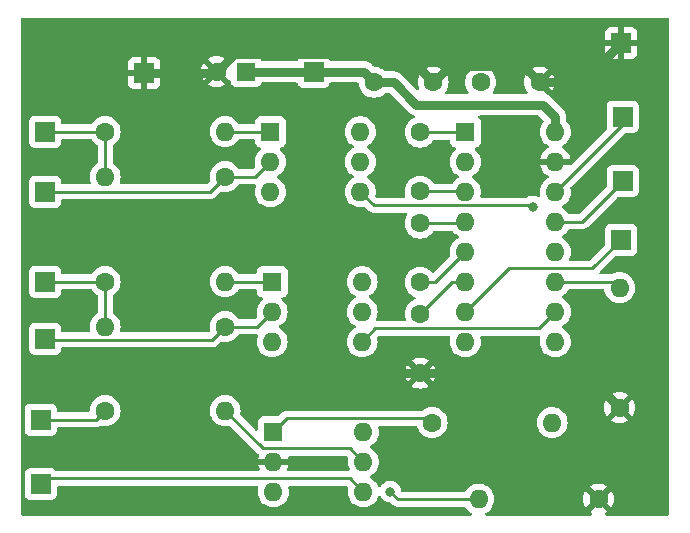
<source format=gbr>
%TF.GenerationSoftware,KiCad,Pcbnew,(6.0.9-0)*%
%TF.CreationDate,2023-02-11T15:38:08+01:00*%
%TF.ProjectId,CurrentLoopConverter,43757272-656e-4744-9c6f-6f70436f6e76,rev?*%
%TF.SameCoordinates,Original*%
%TF.FileFunction,Copper,L1,Top*%
%TF.FilePolarity,Positive*%
%FSLAX46Y46*%
G04 Gerber Fmt 4.6, Leading zero omitted, Abs format (unit mm)*
G04 Created by KiCad (PCBNEW (6.0.9-0)) date 2023-02-11 15:38:08*
%MOMM*%
%LPD*%
G01*
G04 APERTURE LIST*
%TA.AperFunction,ComponentPad*%
%ADD10R,1.700000X1.700000*%
%TD*%
%TA.AperFunction,ComponentPad*%
%ADD11C,1.600000*%
%TD*%
%TA.AperFunction,ComponentPad*%
%ADD12O,1.600000X1.600000*%
%TD*%
%TA.AperFunction,ComponentPad*%
%ADD13R,1.600000X1.600000*%
%TD*%
%TA.AperFunction,ViaPad*%
%ADD14C,0.800000*%
%TD*%
%TA.AperFunction,ViaPad*%
%ADD15C,1.200000*%
%TD*%
%TA.AperFunction,Conductor*%
%ADD16C,0.250000*%
%TD*%
%TA.AperFunction,Conductor*%
%ADD17C,0.800000*%
%TD*%
G04 APERTURE END LIST*
D10*
%TO.P,J12,1,Pin_1*%
%TO.N,GND*%
X130048000Y-86487000D03*
%TD*%
%TO.P,J11,1,Pin_1*%
%TO.N,GND*%
X89662000Y-89027000D03*
%TD*%
%TO.P,J7,1,Pin_1*%
%TO.N,+5V*%
X104013000Y-88900000D03*
%TD*%
D11*
%TO.P,R8,1*%
%TO.N,Net-(R8-Pad1)*%
X114046000Y-118618000D03*
D12*
%TO.P,R8,2*%
%TO.N,Net-(R8-Pad2)*%
X124206000Y-118618000D03*
%TD*%
D13*
%TO.P,U4,1,C1+*%
%TO.N,Net-(C3-Pad1)*%
X116850000Y-93995000D03*
D12*
%TO.P,U4,2,VS+*%
%TO.N,Net-(C4-Pad1)*%
X116850000Y-96535000D03*
%TO.P,U4,3,C1-*%
%TO.N,Net-(C3-Pad2)*%
X116850000Y-99075000D03*
%TO.P,U4,4,C2+*%
%TO.N,Net-(C5-Pad1)*%
X116850000Y-101615000D03*
%TO.P,U4,5,C2-*%
%TO.N,Net-(C5-Pad2)*%
X116850000Y-104155000D03*
%TO.P,U4,6,VS-*%
%TO.N,Net-(C6-Pad1)*%
X116850000Y-106695000D03*
%TO.P,U4,7,T2OUT*%
%TO.N,Net-(J9-Pad1)*%
X116850000Y-109235000D03*
%TO.P,U4,8,R2IN*%
%TO.N,unconnected-(U4-Pad8)*%
X116850000Y-111775000D03*
%TO.P,U4,9,R2OUT*%
%TO.N,unconnected-(U4-Pad9)*%
X124470000Y-111775000D03*
%TO.P,U4,10,T2IN*%
%TO.N,Net-(R7-Pad2)*%
X124470000Y-109235000D03*
%TO.P,U4,11,T1IN*%
%TO.N,Net-(R6-Pad2)*%
X124470000Y-106695000D03*
%TO.P,U4,12,R1OUT*%
%TO.N,Net-(R8-Pad2)*%
X124470000Y-104155000D03*
%TO.P,U4,13,R1IN*%
%TO.N,Net-(J10-Pad1)*%
X124470000Y-101615000D03*
%TO.P,U4,14,T1OUT*%
%TO.N,Net-(J8-Pad1)*%
X124470000Y-99075000D03*
%TO.P,U4,15,GND*%
%TO.N,GND*%
X124470000Y-96535000D03*
%TO.P,U4,16,VCC*%
%TO.N,+5V*%
X124470000Y-93995000D03*
%TD*%
D13*
%TO.P,U3,1*%
%TO.N,Net-(R8-Pad1)*%
X100594000Y-119395000D03*
D12*
%TO.P,U3,2*%
%TO.N,GND*%
X100594000Y-121935000D03*
%TO.P,U3,3,NC*%
%TO.N,unconnected-(U3-Pad3)*%
X100594000Y-124475000D03*
%TO.P,U3,4*%
%TO.N,Net-(J6-Pad1)*%
X108214000Y-124475000D03*
%TO.P,U3,5*%
%TO.N,Net-(R3-Pad2)*%
X108214000Y-121935000D03*
%TO.P,U3,6*%
%TO.N,unconnected-(U3-Pad6)*%
X108214000Y-119395000D03*
%TD*%
D13*
%TO.P,U2,1*%
%TO.N,Net-(R5-Pad2)*%
X100500000Y-106695000D03*
D12*
%TO.P,U2,2*%
%TO.N,Net-(J4-Pad1)*%
X100500000Y-109235000D03*
%TO.P,U2,3,NC*%
%TO.N,unconnected-(U2-Pad3)*%
X100500000Y-111775000D03*
%TO.P,U2,4*%
%TO.N,Net-(R7-Pad2)*%
X108120000Y-111775000D03*
%TO.P,U2,5*%
%TO.N,+5V*%
X108120000Y-109235000D03*
%TO.P,U2,6*%
%TO.N,unconnected-(U2-Pad6)*%
X108120000Y-106695000D03*
%TD*%
%TO.P,U1,6*%
%TO.N,unconnected-(U1-Pad6)*%
X107960000Y-93995000D03*
%TO.P,U1,5*%
%TO.N,+5V*%
X107960000Y-96535000D03*
%TO.P,U1,4*%
%TO.N,Net-(R6-Pad2)*%
X107960000Y-99075000D03*
%TO.P,U1,3,NC*%
%TO.N,unconnected-(U1-Pad3)*%
X100340000Y-99075000D03*
%TO.P,U1,2*%
%TO.N,Net-(J2-Pad1)*%
X100340000Y-96535000D03*
D13*
%TO.P,U1,1*%
%TO.N,Net-(R4-Pad2)*%
X100340000Y-93995000D03*
%TD*%
D11*
%TO.P,R7,1*%
%TO.N,GND*%
X128143000Y-125095000D03*
D12*
%TO.P,R7,2*%
%TO.N,Net-(R7-Pad2)*%
X117983000Y-125095000D03*
%TD*%
D11*
%TO.P,R6,1*%
%TO.N,GND*%
X129921000Y-117348000D03*
D12*
%TO.P,R6,2*%
%TO.N,Net-(R6-Pad2)*%
X129921000Y-107188000D03*
%TD*%
D11*
%TO.P,R5,1*%
%TO.N,Net-(J3-Pad1)*%
X86360000Y-106680000D03*
D12*
%TO.P,R5,2*%
%TO.N,Net-(R5-Pad2)*%
X96520000Y-106680000D03*
%TD*%
D11*
%TO.P,R4,1*%
%TO.N,Net-(J1-Pad1)*%
X86360000Y-93980000D03*
D12*
%TO.P,R4,2*%
%TO.N,Net-(R4-Pad2)*%
X96520000Y-93980000D03*
%TD*%
D11*
%TO.P,R3,1*%
%TO.N,Net-(J5-Pad1)*%
X86360000Y-117602000D03*
D12*
%TO.P,R3,2*%
%TO.N,Net-(R3-Pad2)*%
X96520000Y-117602000D03*
%TD*%
D11*
%TO.P,R2,1*%
%TO.N,Net-(J4-Pad1)*%
X96520000Y-110490000D03*
D12*
%TO.P,R2,2*%
%TO.N,Net-(J3-Pad1)*%
X86360000Y-110490000D03*
%TD*%
D11*
%TO.P,R1,1*%
%TO.N,Net-(J2-Pad1)*%
X96520000Y-97790000D03*
D12*
%TO.P,R1,2*%
%TO.N,Net-(J1-Pad1)*%
X86360000Y-97790000D03*
%TD*%
D10*
%TO.P,J10,1,Pin_1*%
%TO.N,Net-(J10-Pad1)*%
X130175000Y-98171000D03*
%TD*%
%TO.P,J9,1,Pin_1*%
%TO.N,Net-(J9-Pad1)*%
X130048000Y-103124000D03*
%TD*%
%TO.P,J8,1,Pin_1*%
%TO.N,Net-(J8-Pad1)*%
X130175000Y-92710000D03*
%TD*%
%TO.P,J6,1,Pin_1*%
%TO.N,Net-(J6-Pad1)*%
X80899000Y-123825000D03*
%TD*%
%TO.P,J5,1,Pin_1*%
%TO.N,Net-(J5-Pad1)*%
X80899000Y-118364000D03*
%TD*%
%TO.P,J4,1,Pin_1*%
%TO.N,Net-(J4-Pad1)*%
X81280000Y-111506000D03*
%TD*%
%TO.P,J3,1,Pin_1*%
%TO.N,Net-(J3-Pad1)*%
X81280000Y-106680000D03*
%TD*%
%TO.P,J2,1,Pin_1*%
%TO.N,Net-(J2-Pad1)*%
X81280000Y-99060000D03*
%TD*%
%TO.P,J1,1,Pin_1*%
%TO.N,Net-(J1-Pad1)*%
X81280000Y-93980000D03*
%TD*%
D11*
%TO.P,C6,1*%
%TO.N,Net-(C6-Pad1)*%
X113030000Y-109427000D03*
%TO.P,C6,2*%
%TO.N,GND*%
X113030000Y-114427000D03*
%TD*%
%TO.P,C5,1*%
%TO.N,Net-(C5-Pad1)*%
X113030000Y-101727000D03*
%TO.P,C5,2*%
%TO.N,Net-(C5-Pad2)*%
X113030000Y-106727000D03*
%TD*%
%TO.P,C4,1*%
%TO.N,Net-(C4-Pad1)*%
X118150000Y-89789000D03*
%TO.P,C4,2*%
%TO.N,GND*%
X123150000Y-89789000D03*
%TD*%
%TO.P,C3,1*%
%TO.N,Net-(C3-Pad1)*%
X113030000Y-94020000D03*
%TO.P,C3,2*%
%TO.N,Net-(C3-Pad2)*%
X113030000Y-99020000D03*
%TD*%
D13*
%TO.P,C2,1*%
%TO.N,+5V*%
X98298000Y-88900000D03*
D11*
%TO.P,C2,2*%
%TO.N,GND*%
X95798000Y-88900000D03*
%TD*%
%TO.P,C1,1*%
%TO.N,+5V*%
X109133000Y-89789000D03*
%TO.P,C1,2*%
%TO.N,GND*%
X114133000Y-89789000D03*
%TD*%
D14*
%TO.N,Net-(R7-Pad2)*%
X110490000Y-124460000D03*
%TO.N,Net-(R6-Pad2)*%
X122555000Y-100330000D03*
D15*
%TO.N,GND*%
X101981000Y-115697000D03*
%TD*%
D16*
%TO.N,Net-(C3-Pad1)*%
X113030000Y-94020000D02*
X116825000Y-94020000D01*
X116825000Y-94020000D02*
X116850000Y-93995000D01*
%TO.N,Net-(C3-Pad2)*%
X113030000Y-99020000D02*
X116795000Y-99020000D01*
X116795000Y-99020000D02*
X116850000Y-99075000D01*
%TO.N,Net-(C5-Pad1)*%
X113030000Y-101727000D02*
X116738000Y-101727000D01*
X116738000Y-101727000D02*
X116850000Y-101615000D01*
%TO.N,Net-(C5-Pad2)*%
X113030000Y-106727000D02*
X114278000Y-106727000D01*
X114278000Y-106727000D02*
X116850000Y-104155000D01*
%TO.N,Net-(C6-Pad1)*%
X113030000Y-109427000D02*
X115762000Y-106695000D01*
X115762000Y-106695000D02*
X116850000Y-106695000D01*
%TO.N,Net-(J9-Pad1)*%
X116850000Y-109235000D02*
X120515000Y-105570000D01*
X120515000Y-105570000D02*
X127602000Y-105570000D01*
X127602000Y-105570000D02*
X130048000Y-103124000D01*
%TO.N,Net-(J8-Pad1)*%
X124470000Y-99075000D02*
X130175000Y-93370000D01*
X130175000Y-93370000D02*
X130175000Y-92710000D01*
%TO.N,Net-(J10-Pad1)*%
X124470000Y-101615000D02*
X126731000Y-101615000D01*
X126731000Y-101615000D02*
X130175000Y-98171000D01*
%TO.N,Net-(R8-Pad1)*%
X100594000Y-119395000D02*
X101719000Y-118270000D01*
X101719000Y-118270000D02*
X113698000Y-118270000D01*
X113698000Y-118270000D02*
X114046000Y-118618000D01*
%TO.N,Net-(R3-Pad2)*%
X96520000Y-117602000D02*
X99728000Y-120810000D01*
X99728000Y-120810000D02*
X107089000Y-120810000D01*
X107089000Y-120810000D02*
X108214000Y-121935000D01*
%TO.N,Net-(J5-Pad1)*%
X80899000Y-118364000D02*
X85598000Y-118364000D01*
X85598000Y-118364000D02*
X86360000Y-117602000D01*
%TO.N,Net-(J6-Pad1)*%
X80899000Y-123825000D02*
X81374000Y-123350000D01*
X81374000Y-123350000D02*
X107089000Y-123350000D01*
X107089000Y-123350000D02*
X108214000Y-124475000D01*
%TO.N,Net-(R7-Pad2)*%
X110490000Y-124460000D02*
X111125000Y-125095000D01*
X111125000Y-125095000D02*
X117983000Y-125095000D01*
X108120000Y-111775000D02*
X109245000Y-110650000D01*
X109245000Y-110650000D02*
X123055000Y-110650000D01*
X123055000Y-110650000D02*
X124470000Y-109235000D01*
%TO.N,Net-(R5-Pad2)*%
X96520000Y-106680000D02*
X100485000Y-106680000D01*
X100485000Y-106680000D02*
X100500000Y-106695000D01*
%TO.N,Net-(J4-Pad1)*%
X96520000Y-110490000D02*
X99245000Y-110490000D01*
X99245000Y-110490000D02*
X100500000Y-109235000D01*
X81280000Y-111506000D02*
X81389000Y-111615000D01*
X81389000Y-111615000D02*
X95395000Y-111615000D01*
X95395000Y-111615000D02*
X96520000Y-110490000D01*
%TO.N,Net-(J3-Pad1)*%
X86360000Y-106680000D02*
X86360000Y-110490000D01*
X81280000Y-106680000D02*
X86360000Y-106680000D01*
%TO.N,Net-(R6-Pad2)*%
X124470000Y-106695000D02*
X129428000Y-106695000D01*
X129428000Y-106695000D02*
X129921000Y-107188000D01*
X122425000Y-100200000D02*
X122555000Y-100330000D01*
X109085000Y-100200000D02*
X122425000Y-100200000D01*
X107960000Y-99075000D02*
X109085000Y-100200000D01*
%TO.N,Net-(R4-Pad2)*%
X96520000Y-93980000D02*
X100325000Y-93980000D01*
X100325000Y-93980000D02*
X100340000Y-93995000D01*
%TO.N,Net-(J2-Pad1)*%
X96520000Y-97790000D02*
X99085000Y-97790000D01*
X99085000Y-97790000D02*
X100340000Y-96535000D01*
X96520000Y-97790000D02*
X95250000Y-99060000D01*
X95250000Y-99060000D02*
X81280000Y-99060000D01*
%TO.N,Net-(J1-Pad1)*%
X86360000Y-93980000D02*
X86360000Y-97790000D01*
X81280000Y-93980000D02*
X86360000Y-93980000D01*
D17*
%TO.N,+5V*%
X112683899Y-91694000D02*
X123444000Y-91694000D01*
X110778899Y-89789000D02*
X112683899Y-91694000D01*
X124470000Y-92720000D02*
X124470000Y-93995000D01*
X109133000Y-89789000D02*
X110778899Y-89789000D01*
X123444000Y-91694000D02*
X124470000Y-92720000D01*
X98298000Y-88900000D02*
X108244000Y-88900000D01*
X108244000Y-88900000D02*
X109133000Y-89789000D01*
%TO.N,GND*%
X113030000Y-114427000D02*
X127000000Y-114427000D01*
X127000000Y-114427000D02*
X129921000Y-117348000D01*
X101981000Y-115697000D02*
X103251000Y-114427000D01*
X103251000Y-114427000D02*
X113030000Y-114427000D01*
X123150000Y-89789000D02*
X126746000Y-89789000D01*
X126746000Y-89789000D02*
X130048000Y-86487000D01*
X114133000Y-89789000D02*
X115533000Y-88389000D01*
X115533000Y-88389000D02*
X121750000Y-88389000D01*
X121750000Y-88389000D02*
X123150000Y-89789000D01*
X95798000Y-88900000D02*
X97248000Y-87450000D01*
X97248000Y-87450000D02*
X111794000Y-87450000D01*
X111794000Y-87450000D02*
X114133000Y-89789000D01*
X89662000Y-89027000D02*
X95671000Y-89027000D01*
X95671000Y-89027000D02*
X95798000Y-88900000D01*
%TD*%
%TA.AperFunction,Conductor*%
%TO.N,GND*%
G36*
X134053621Y-84348502D02*
G01*
X134100114Y-84402158D01*
X134111500Y-84454500D01*
X134111500Y-126365500D01*
X134091498Y-126433621D01*
X134037842Y-126480114D01*
X133985500Y-126491500D01*
X128811537Y-126491500D01*
X128743416Y-126471498D01*
X128696923Y-126417842D01*
X128686819Y-126347568D01*
X128716313Y-126282988D01*
X128758287Y-126251305D01*
X128794511Y-126234414D01*
X128804006Y-126228931D01*
X128856048Y-126192491D01*
X128864424Y-126182012D01*
X128857356Y-126168566D01*
X128155812Y-125467022D01*
X128141868Y-125459408D01*
X128140035Y-125459539D01*
X128133420Y-125463790D01*
X127427923Y-126169287D01*
X127421493Y-126181062D01*
X127430789Y-126193077D01*
X127481994Y-126228931D01*
X127491489Y-126234414D01*
X127527713Y-126251305D01*
X127580998Y-126298222D01*
X127600459Y-126366500D01*
X127579917Y-126434459D01*
X127525894Y-126480525D01*
X127474463Y-126491500D01*
X118652721Y-126491500D01*
X118584600Y-126471498D01*
X118538107Y-126417842D01*
X118528003Y-126347568D01*
X118557497Y-126282988D01*
X118599471Y-126251305D01*
X118634762Y-126234849D01*
X118634767Y-126234846D01*
X118639749Y-126232523D01*
X118744611Y-126159098D01*
X118822789Y-126104357D01*
X118822792Y-126104355D01*
X118827300Y-126101198D01*
X118989198Y-125939300D01*
X119120523Y-125751749D01*
X119122846Y-125746767D01*
X119122849Y-125746762D01*
X119214961Y-125549225D01*
X119214961Y-125549224D01*
X119217284Y-125544243D01*
X119237976Y-125467022D01*
X119275119Y-125328402D01*
X119275119Y-125328400D01*
X119276543Y-125323087D01*
X119296019Y-125100475D01*
X126830483Y-125100475D01*
X126849472Y-125317519D01*
X126851375Y-125328312D01*
X126907764Y-125538761D01*
X126911510Y-125549053D01*
X127003586Y-125746511D01*
X127009069Y-125756006D01*
X127045509Y-125808048D01*
X127055988Y-125816424D01*
X127069434Y-125809356D01*
X127770978Y-125107812D01*
X127777356Y-125096132D01*
X128507408Y-125096132D01*
X128507539Y-125097965D01*
X128511790Y-125104580D01*
X129217287Y-125810077D01*
X129229062Y-125816507D01*
X129241077Y-125807211D01*
X129276931Y-125756006D01*
X129282414Y-125746511D01*
X129374490Y-125549053D01*
X129378236Y-125538761D01*
X129434625Y-125328312D01*
X129436528Y-125317519D01*
X129455517Y-125100475D01*
X129455517Y-125089525D01*
X129436528Y-124872481D01*
X129434625Y-124861688D01*
X129378236Y-124651239D01*
X129374490Y-124640947D01*
X129282414Y-124443489D01*
X129276931Y-124433994D01*
X129240491Y-124381952D01*
X129230012Y-124373576D01*
X129216566Y-124380644D01*
X128515022Y-125082188D01*
X128507408Y-125096132D01*
X127777356Y-125096132D01*
X127778592Y-125093868D01*
X127778461Y-125092035D01*
X127774210Y-125085420D01*
X127068713Y-124379923D01*
X127056938Y-124373493D01*
X127044923Y-124382789D01*
X127009069Y-124433994D01*
X127003586Y-124443489D01*
X126911510Y-124640947D01*
X126907764Y-124651239D01*
X126851375Y-124861688D01*
X126849472Y-124872481D01*
X126830483Y-125089525D01*
X126830483Y-125100475D01*
X119296019Y-125100475D01*
X119296498Y-125095000D01*
X119276543Y-124866913D01*
X119275119Y-124861598D01*
X119218707Y-124651067D01*
X119218706Y-124651065D01*
X119217284Y-124645757D01*
X119214961Y-124640775D01*
X119122849Y-124443238D01*
X119122846Y-124443233D01*
X119120523Y-124438251D01*
X119007357Y-124276634D01*
X118992357Y-124255211D01*
X118992355Y-124255208D01*
X118989198Y-124250700D01*
X118827300Y-124088802D01*
X118822792Y-124085645D01*
X118822789Y-124085643D01*
X118711886Y-124007988D01*
X127421576Y-124007988D01*
X127428644Y-124021434D01*
X128130188Y-124722978D01*
X128144132Y-124730592D01*
X128145965Y-124730461D01*
X128152580Y-124726210D01*
X128858077Y-124020713D01*
X128864507Y-124008938D01*
X128855211Y-123996923D01*
X128804006Y-123961069D01*
X128794511Y-123955586D01*
X128597053Y-123863510D01*
X128586761Y-123859764D01*
X128376312Y-123803375D01*
X128365519Y-123801472D01*
X128148475Y-123782483D01*
X128137525Y-123782483D01*
X127920481Y-123801472D01*
X127909688Y-123803375D01*
X127699239Y-123859764D01*
X127688947Y-123863510D01*
X127491489Y-123955586D01*
X127481994Y-123961069D01*
X127429952Y-123997509D01*
X127421576Y-124007988D01*
X118711886Y-124007988D01*
X118696920Y-123997509D01*
X118639749Y-123957477D01*
X118634767Y-123955154D01*
X118634762Y-123955151D01*
X118437225Y-123863039D01*
X118437224Y-123863039D01*
X118432243Y-123860716D01*
X118426935Y-123859294D01*
X118426933Y-123859293D01*
X118216402Y-123802881D01*
X118216400Y-123802881D01*
X118211087Y-123801457D01*
X117983000Y-123781502D01*
X117754913Y-123801457D01*
X117749600Y-123802881D01*
X117749598Y-123802881D01*
X117539067Y-123859293D01*
X117539065Y-123859294D01*
X117533757Y-123860716D01*
X117528776Y-123863039D01*
X117528775Y-123863039D01*
X117331238Y-123955151D01*
X117331233Y-123955154D01*
X117326251Y-123957477D01*
X117269080Y-123997509D01*
X117143211Y-124085643D01*
X117143208Y-124085645D01*
X117138700Y-124088802D01*
X116976802Y-124250700D01*
X116973645Y-124255208D01*
X116973643Y-124255211D01*
X116866819Y-124407771D01*
X116811362Y-124452099D01*
X116763606Y-124461500D01*
X111517113Y-124461500D01*
X111448992Y-124441498D01*
X111402499Y-124387842D01*
X111391803Y-124348671D01*
X111384232Y-124276634D01*
X111384231Y-124276631D01*
X111383542Y-124270072D01*
X111324527Y-124088444D01*
X111229040Y-123923056D01*
X111119566Y-123801472D01*
X111105675Y-123786045D01*
X111105674Y-123786044D01*
X111101253Y-123781134D01*
X110946752Y-123668882D01*
X110940724Y-123666198D01*
X110940722Y-123666197D01*
X110778319Y-123593891D01*
X110778318Y-123593891D01*
X110772288Y-123591206D01*
X110678888Y-123571353D01*
X110591944Y-123552872D01*
X110591939Y-123552872D01*
X110585487Y-123551500D01*
X110394513Y-123551500D01*
X110388061Y-123552872D01*
X110388056Y-123552872D01*
X110301112Y-123571353D01*
X110207712Y-123591206D01*
X110201682Y-123593891D01*
X110201681Y-123593891D01*
X110039278Y-123666197D01*
X110039276Y-123666198D01*
X110033248Y-123668882D01*
X109878747Y-123781134D01*
X109874326Y-123786044D01*
X109874325Y-123786045D01*
X109860435Y-123801472D01*
X109750960Y-123923056D01*
X109688672Y-124030942D01*
X109677181Y-124050845D01*
X109625799Y-124099838D01*
X109556085Y-124113274D01*
X109490174Y-124086888D01*
X109449680Y-124030967D01*
X109448284Y-124025757D01*
X109445932Y-124020713D01*
X109353849Y-123823238D01*
X109353846Y-123823233D01*
X109351523Y-123818251D01*
X109249651Y-123672763D01*
X109223357Y-123635211D01*
X109223355Y-123635208D01*
X109220198Y-123630700D01*
X109058300Y-123468802D01*
X109053792Y-123465645D01*
X109053789Y-123465643D01*
X108975611Y-123410902D01*
X108870749Y-123337477D01*
X108865767Y-123335154D01*
X108865762Y-123335151D01*
X108831543Y-123319195D01*
X108778258Y-123272278D01*
X108758797Y-123204001D01*
X108779339Y-123136041D01*
X108831543Y-123090805D01*
X108865762Y-123074849D01*
X108865767Y-123074846D01*
X108870749Y-123072523D01*
X108975611Y-122999098D01*
X109053789Y-122944357D01*
X109053792Y-122944355D01*
X109058300Y-122941198D01*
X109220198Y-122779300D01*
X109351523Y-122591749D01*
X109353846Y-122586767D01*
X109353849Y-122586762D01*
X109445961Y-122389225D01*
X109445961Y-122389224D01*
X109448284Y-122384243D01*
X109507543Y-122163087D01*
X109527498Y-121935000D01*
X109507543Y-121706913D01*
X109495911Y-121663503D01*
X109449707Y-121491067D01*
X109449706Y-121491065D01*
X109448284Y-121485757D01*
X109442027Y-121472339D01*
X109353849Y-121283238D01*
X109353846Y-121283233D01*
X109351523Y-121278251D01*
X109220198Y-121090700D01*
X109058300Y-120928802D01*
X109053792Y-120925645D01*
X109053789Y-120925643D01*
X108975611Y-120870902D01*
X108870749Y-120797477D01*
X108865767Y-120795154D01*
X108865762Y-120795151D01*
X108831543Y-120779195D01*
X108778258Y-120732278D01*
X108758797Y-120664001D01*
X108779339Y-120596041D01*
X108831543Y-120550805D01*
X108865762Y-120534849D01*
X108865767Y-120534846D01*
X108870749Y-120532523D01*
X108975611Y-120459098D01*
X109053789Y-120404357D01*
X109053792Y-120404355D01*
X109058300Y-120401198D01*
X109220198Y-120239300D01*
X109351523Y-120051749D01*
X109353846Y-120046767D01*
X109353849Y-120046762D01*
X109445961Y-119849225D01*
X109445961Y-119849224D01*
X109448284Y-119844243D01*
X109471434Y-119757849D01*
X109506119Y-119628402D01*
X109506119Y-119628400D01*
X109507543Y-119623087D01*
X109527498Y-119395000D01*
X109507543Y-119166913D01*
X109479461Y-119062110D01*
X109481151Y-118991135D01*
X109520945Y-118932339D01*
X109586209Y-118904391D01*
X109601168Y-118903500D01*
X112671158Y-118903500D01*
X112739279Y-118923502D01*
X112785772Y-118977158D01*
X112792864Y-118996885D01*
X112811716Y-119067243D01*
X112814039Y-119072224D01*
X112814039Y-119072225D01*
X112906151Y-119269762D01*
X112906154Y-119269767D01*
X112908477Y-119274749D01*
X112948365Y-119331715D01*
X113032798Y-119452297D01*
X113039802Y-119462300D01*
X113201700Y-119624198D01*
X113206208Y-119627355D01*
X113206211Y-119627357D01*
X113251729Y-119659229D01*
X113389251Y-119755523D01*
X113394233Y-119757846D01*
X113394238Y-119757849D01*
X113568125Y-119838933D01*
X113596757Y-119852284D01*
X113602065Y-119853706D01*
X113602067Y-119853707D01*
X113812598Y-119910119D01*
X113812600Y-119910119D01*
X113817913Y-119911543D01*
X114046000Y-119931498D01*
X114274087Y-119911543D01*
X114279400Y-119910119D01*
X114279402Y-119910119D01*
X114489933Y-119853707D01*
X114489935Y-119853706D01*
X114495243Y-119852284D01*
X114523875Y-119838933D01*
X114697762Y-119757849D01*
X114697767Y-119757846D01*
X114702749Y-119755523D01*
X114840271Y-119659229D01*
X114885789Y-119627357D01*
X114885792Y-119627355D01*
X114890300Y-119624198D01*
X115052198Y-119462300D01*
X115059203Y-119452297D01*
X115143635Y-119331715D01*
X115183523Y-119274749D01*
X115185846Y-119269767D01*
X115185849Y-119269762D01*
X115277961Y-119072225D01*
X115277961Y-119072224D01*
X115280284Y-119067243D01*
X115285593Y-119047432D01*
X115338119Y-118851402D01*
X115338119Y-118851400D01*
X115339543Y-118846087D01*
X115359498Y-118618000D01*
X122892502Y-118618000D01*
X122912457Y-118846087D01*
X122913881Y-118851400D01*
X122913881Y-118851402D01*
X122966408Y-119047432D01*
X122971716Y-119067243D01*
X122974039Y-119072224D01*
X122974039Y-119072225D01*
X123066151Y-119269762D01*
X123066154Y-119269767D01*
X123068477Y-119274749D01*
X123108365Y-119331715D01*
X123192798Y-119452297D01*
X123199802Y-119462300D01*
X123361700Y-119624198D01*
X123366208Y-119627355D01*
X123366211Y-119627357D01*
X123411729Y-119659229D01*
X123549251Y-119755523D01*
X123554233Y-119757846D01*
X123554238Y-119757849D01*
X123728125Y-119838933D01*
X123756757Y-119852284D01*
X123762065Y-119853706D01*
X123762067Y-119853707D01*
X123972598Y-119910119D01*
X123972600Y-119910119D01*
X123977913Y-119911543D01*
X124206000Y-119931498D01*
X124434087Y-119911543D01*
X124439400Y-119910119D01*
X124439402Y-119910119D01*
X124649933Y-119853707D01*
X124649935Y-119853706D01*
X124655243Y-119852284D01*
X124683875Y-119838933D01*
X124857762Y-119757849D01*
X124857767Y-119757846D01*
X124862749Y-119755523D01*
X125000271Y-119659229D01*
X125045789Y-119627357D01*
X125045792Y-119627355D01*
X125050300Y-119624198D01*
X125212198Y-119462300D01*
X125219203Y-119452297D01*
X125303635Y-119331715D01*
X125343523Y-119274749D01*
X125345846Y-119269767D01*
X125345849Y-119269762D01*
X125437961Y-119072225D01*
X125437961Y-119072224D01*
X125440284Y-119067243D01*
X125445593Y-119047432D01*
X125498119Y-118851402D01*
X125498119Y-118851400D01*
X125499543Y-118846087D01*
X125519498Y-118618000D01*
X125503406Y-118434062D01*
X129199493Y-118434062D01*
X129208789Y-118446077D01*
X129259994Y-118481931D01*
X129269489Y-118487414D01*
X129466947Y-118579490D01*
X129477239Y-118583236D01*
X129687688Y-118639625D01*
X129698481Y-118641528D01*
X129915525Y-118660517D01*
X129926475Y-118660517D01*
X130143519Y-118641528D01*
X130154312Y-118639625D01*
X130364761Y-118583236D01*
X130375053Y-118579490D01*
X130572511Y-118487414D01*
X130582006Y-118481931D01*
X130634048Y-118445491D01*
X130642424Y-118435012D01*
X130635356Y-118421566D01*
X129933812Y-117720022D01*
X129919868Y-117712408D01*
X129918035Y-117712539D01*
X129911420Y-117716790D01*
X129205923Y-118422287D01*
X129199493Y-118434062D01*
X125503406Y-118434062D01*
X125499543Y-118389913D01*
X125498119Y-118384598D01*
X125441707Y-118174067D01*
X125441706Y-118174065D01*
X125440284Y-118168757D01*
X125428919Y-118144385D01*
X125345849Y-117966238D01*
X125345846Y-117966233D01*
X125343523Y-117961251D01*
X125263785Y-117847373D01*
X125215357Y-117778211D01*
X125215355Y-117778208D01*
X125212198Y-117773700D01*
X125050300Y-117611802D01*
X125045792Y-117608645D01*
X125045789Y-117608643D01*
X124967611Y-117553902D01*
X124862749Y-117480477D01*
X124857767Y-117478154D01*
X124857762Y-117478151D01*
X124660225Y-117386039D01*
X124660224Y-117386039D01*
X124655243Y-117383716D01*
X124649935Y-117382294D01*
X124649933Y-117382293D01*
X124542384Y-117353475D01*
X128608483Y-117353475D01*
X128627472Y-117570519D01*
X128629375Y-117581312D01*
X128685764Y-117791761D01*
X128689510Y-117802053D01*
X128781586Y-117999511D01*
X128787069Y-118009006D01*
X128823509Y-118061048D01*
X128833988Y-118069424D01*
X128847434Y-118062356D01*
X129548978Y-117360812D01*
X129555356Y-117349132D01*
X130285408Y-117349132D01*
X130285539Y-117350965D01*
X130289790Y-117357580D01*
X130995287Y-118063077D01*
X131007062Y-118069507D01*
X131019077Y-118060211D01*
X131054931Y-118009006D01*
X131060414Y-117999511D01*
X131152490Y-117802053D01*
X131156236Y-117791761D01*
X131212625Y-117581312D01*
X131214528Y-117570519D01*
X131233517Y-117353475D01*
X131233517Y-117342525D01*
X131214528Y-117125481D01*
X131212625Y-117114688D01*
X131156236Y-116904239D01*
X131152490Y-116893947D01*
X131060414Y-116696489D01*
X131054931Y-116686994D01*
X131018491Y-116634952D01*
X131008012Y-116626576D01*
X130994566Y-116633644D01*
X130293022Y-117335188D01*
X130285408Y-117349132D01*
X129555356Y-117349132D01*
X129556592Y-117346868D01*
X129556461Y-117345035D01*
X129552210Y-117338420D01*
X128846713Y-116632923D01*
X128834938Y-116626493D01*
X128822923Y-116635789D01*
X128787069Y-116686994D01*
X128781586Y-116696489D01*
X128689510Y-116893947D01*
X128685764Y-116904239D01*
X128629375Y-117114688D01*
X128627472Y-117125481D01*
X128608483Y-117342525D01*
X128608483Y-117353475D01*
X124542384Y-117353475D01*
X124439402Y-117325881D01*
X124439400Y-117325881D01*
X124434087Y-117324457D01*
X124206000Y-117304502D01*
X123977913Y-117324457D01*
X123972600Y-117325881D01*
X123972598Y-117325881D01*
X123762067Y-117382293D01*
X123762065Y-117382294D01*
X123756757Y-117383716D01*
X123751776Y-117386039D01*
X123751775Y-117386039D01*
X123554238Y-117478151D01*
X123554233Y-117478154D01*
X123549251Y-117480477D01*
X123444389Y-117553902D01*
X123366211Y-117608643D01*
X123366208Y-117608645D01*
X123361700Y-117611802D01*
X123199802Y-117773700D01*
X123196645Y-117778208D01*
X123196643Y-117778211D01*
X123148215Y-117847373D01*
X123068477Y-117961251D01*
X123066154Y-117966233D01*
X123066151Y-117966238D01*
X122983081Y-118144385D01*
X122971716Y-118168757D01*
X122970294Y-118174065D01*
X122970293Y-118174067D01*
X122913881Y-118384598D01*
X122912457Y-118389913D01*
X122892502Y-118618000D01*
X115359498Y-118618000D01*
X115339543Y-118389913D01*
X115338119Y-118384598D01*
X115281707Y-118174067D01*
X115281706Y-118174065D01*
X115280284Y-118168757D01*
X115268919Y-118144385D01*
X115185849Y-117966238D01*
X115185846Y-117966233D01*
X115183523Y-117961251D01*
X115103785Y-117847373D01*
X115055357Y-117778211D01*
X115055355Y-117778208D01*
X115052198Y-117773700D01*
X114890300Y-117611802D01*
X114885792Y-117608645D01*
X114885789Y-117608643D01*
X114807611Y-117553902D01*
X114702749Y-117480477D01*
X114697767Y-117478154D01*
X114697762Y-117478151D01*
X114500225Y-117386039D01*
X114500224Y-117386039D01*
X114495243Y-117383716D01*
X114489935Y-117382294D01*
X114489933Y-117382293D01*
X114279402Y-117325881D01*
X114279400Y-117325881D01*
X114274087Y-117324457D01*
X114046000Y-117304502D01*
X113817913Y-117324457D01*
X113812600Y-117325881D01*
X113812598Y-117325881D01*
X113602067Y-117382293D01*
X113602065Y-117382294D01*
X113596757Y-117383716D01*
X113591776Y-117386039D01*
X113591775Y-117386039D01*
X113394238Y-117478151D01*
X113394233Y-117478154D01*
X113389251Y-117480477D01*
X113201700Y-117611802D01*
X113200648Y-117610299D01*
X113143115Y-117635485D01*
X113127152Y-117636500D01*
X101797767Y-117636500D01*
X101786584Y-117635973D01*
X101779091Y-117634298D01*
X101771165Y-117634547D01*
X101771164Y-117634547D01*
X101711014Y-117636438D01*
X101707055Y-117636500D01*
X101679144Y-117636500D01*
X101675210Y-117636997D01*
X101675209Y-117636997D01*
X101675144Y-117637005D01*
X101663307Y-117637938D01*
X101631490Y-117638938D01*
X101627029Y-117639078D01*
X101619110Y-117639327D01*
X101601454Y-117644456D01*
X101599658Y-117644978D01*
X101580306Y-117648986D01*
X101573235Y-117649880D01*
X101560203Y-117651526D01*
X101552834Y-117654443D01*
X101552832Y-117654444D01*
X101519097Y-117667800D01*
X101507869Y-117671645D01*
X101465407Y-117683982D01*
X101458585Y-117688016D01*
X101458579Y-117688019D01*
X101447968Y-117694294D01*
X101430218Y-117702990D01*
X101418756Y-117707528D01*
X101418751Y-117707531D01*
X101411383Y-117710448D01*
X101393970Y-117723099D01*
X101375625Y-117736427D01*
X101365707Y-117742943D01*
X101347019Y-117753995D01*
X101327637Y-117765458D01*
X101313313Y-117779782D01*
X101298281Y-117792621D01*
X101281893Y-117804528D01*
X101265281Y-117824609D01*
X101253712Y-117838593D01*
X101245722Y-117847373D01*
X101043500Y-118049595D01*
X100981188Y-118083621D01*
X100954405Y-118086500D01*
X99745866Y-118086500D01*
X99683684Y-118093255D01*
X99547295Y-118144385D01*
X99430739Y-118231739D01*
X99343385Y-118348295D01*
X99292255Y-118484684D01*
X99285500Y-118546866D01*
X99285500Y-119167406D01*
X99265498Y-119235527D01*
X99211842Y-119282020D01*
X99141568Y-119292124D01*
X99076988Y-119262630D01*
X99070405Y-119256501D01*
X97829152Y-118015248D01*
X97795126Y-117952936D01*
X97796541Y-117893541D01*
X97812118Y-117835409D01*
X97812120Y-117835398D01*
X97813543Y-117830087D01*
X97833498Y-117602000D01*
X97813543Y-117373913D01*
X97754284Y-117152757D01*
X97715121Y-117068771D01*
X97659849Y-116950238D01*
X97659846Y-116950233D01*
X97657523Y-116945251D01*
X97526198Y-116757700D01*
X97364300Y-116595802D01*
X97359792Y-116592645D01*
X97359789Y-116592643D01*
X97281611Y-116537902D01*
X97176749Y-116464477D01*
X97171767Y-116462154D01*
X97171762Y-116462151D01*
X96974225Y-116370039D01*
X96974224Y-116370039D01*
X96969243Y-116367716D01*
X96963935Y-116366294D01*
X96963933Y-116366293D01*
X96753402Y-116309881D01*
X96753400Y-116309881D01*
X96748087Y-116308457D01*
X96520000Y-116288502D01*
X96291913Y-116308457D01*
X96286600Y-116309881D01*
X96286598Y-116309881D01*
X96076067Y-116366293D01*
X96076065Y-116366294D01*
X96070757Y-116367716D01*
X96065776Y-116370039D01*
X96065775Y-116370039D01*
X95868238Y-116462151D01*
X95868233Y-116462154D01*
X95863251Y-116464477D01*
X95758389Y-116537902D01*
X95680211Y-116592643D01*
X95680208Y-116592645D01*
X95675700Y-116595802D01*
X95513802Y-116757700D01*
X95382477Y-116945251D01*
X95380154Y-116950233D01*
X95380151Y-116950238D01*
X95324879Y-117068771D01*
X95285716Y-117152757D01*
X95226457Y-117373913D01*
X95206502Y-117602000D01*
X95226457Y-117830087D01*
X95227881Y-117835400D01*
X95227881Y-117835402D01*
X95274399Y-118009006D01*
X95285716Y-118051243D01*
X95288039Y-118056224D01*
X95288039Y-118056225D01*
X95380151Y-118253762D01*
X95380154Y-118253767D01*
X95382477Y-118258749D01*
X95513802Y-118446300D01*
X95675700Y-118608198D01*
X95680208Y-118611355D01*
X95680211Y-118611357D01*
X95720582Y-118639625D01*
X95863251Y-118739523D01*
X95868233Y-118741846D01*
X95868238Y-118741849D01*
X96065775Y-118833961D01*
X96070757Y-118836284D01*
X96076065Y-118837706D01*
X96076067Y-118837707D01*
X96286598Y-118894119D01*
X96286600Y-118894119D01*
X96291913Y-118895543D01*
X96520000Y-118915498D01*
X96748087Y-118895543D01*
X96753398Y-118894120D01*
X96753409Y-118894118D01*
X96811541Y-118878541D01*
X96882517Y-118880230D01*
X96933248Y-118911152D01*
X98089537Y-120067442D01*
X99224348Y-121202253D01*
X99231888Y-121210539D01*
X99236000Y-121217018D01*
X99241777Y-121222443D01*
X99285651Y-121263643D01*
X99288493Y-121266398D01*
X99308230Y-121286135D01*
X99311427Y-121288615D01*
X99320445Y-121296317D01*
X99343087Y-121317578D01*
X99379052Y-121378789D01*
X99376215Y-121449729D01*
X99371029Y-121462677D01*
X99362512Y-121480942D01*
X99358764Y-121491239D01*
X99312606Y-121663503D01*
X99312942Y-121677599D01*
X99320884Y-121681000D01*
X101861967Y-121681000D01*
X101875498Y-121677027D01*
X101876727Y-121668478D01*
X101858944Y-121602111D01*
X101860634Y-121531134D01*
X101900428Y-121472339D01*
X101965693Y-121444391D01*
X101980651Y-121443500D01*
X106774406Y-121443500D01*
X106842527Y-121463502D01*
X106863501Y-121480405D01*
X106904848Y-121521752D01*
X106938874Y-121584064D01*
X106937459Y-121643459D01*
X106921882Y-121701591D01*
X106921881Y-121701598D01*
X106920457Y-121706913D01*
X106900502Y-121935000D01*
X106920457Y-122163087D01*
X106979716Y-122384243D01*
X106982039Y-122389224D01*
X106982039Y-122389225D01*
X107051064Y-122537250D01*
X107061725Y-122607442D01*
X107032745Y-122672255D01*
X106973325Y-122711111D01*
X106936869Y-122716500D01*
X101870579Y-122716500D01*
X101802458Y-122696498D01*
X101755965Y-122642842D01*
X101745861Y-122572568D01*
X101756384Y-122537250D01*
X101825490Y-122389053D01*
X101829236Y-122378761D01*
X101875394Y-122206497D01*
X101875058Y-122192401D01*
X101867116Y-122189000D01*
X99326033Y-122189000D01*
X99312502Y-122192973D01*
X99311273Y-122201522D01*
X99358764Y-122378761D01*
X99362510Y-122389053D01*
X99431616Y-122537250D01*
X99442277Y-122607441D01*
X99413297Y-122672254D01*
X99353878Y-122711111D01*
X99317421Y-122716500D01*
X82253802Y-122716500D01*
X82185681Y-122696498D01*
X82152976Y-122666065D01*
X82117642Y-122618919D01*
X82112261Y-122611739D01*
X81995705Y-122524385D01*
X81859316Y-122473255D01*
X81797134Y-122466500D01*
X80000866Y-122466500D01*
X79938684Y-122473255D01*
X79802295Y-122524385D01*
X79685739Y-122611739D01*
X79598385Y-122728295D01*
X79547255Y-122864684D01*
X79540500Y-122926866D01*
X79540500Y-124723134D01*
X79547255Y-124785316D01*
X79598385Y-124921705D01*
X79685739Y-125038261D01*
X79802295Y-125125615D01*
X79938684Y-125176745D01*
X80000866Y-125183500D01*
X81797134Y-125183500D01*
X81859316Y-125176745D01*
X81995705Y-125125615D01*
X82112261Y-125038261D01*
X82199615Y-124921705D01*
X82250745Y-124785316D01*
X82257500Y-124723134D01*
X82257500Y-124109500D01*
X82277502Y-124041379D01*
X82331158Y-123994886D01*
X82383500Y-123983500D01*
X99206832Y-123983500D01*
X99274953Y-124003502D01*
X99321446Y-124057158D01*
X99331550Y-124127432D01*
X99328540Y-124142105D01*
X99300457Y-124246913D01*
X99280502Y-124475000D01*
X99300457Y-124703087D01*
X99301881Y-124708400D01*
X99301881Y-124708402D01*
X99347665Y-124879267D01*
X99359716Y-124924243D01*
X99362039Y-124929224D01*
X99362039Y-124929225D01*
X99454151Y-125126762D01*
X99454154Y-125126767D01*
X99456477Y-125131749D01*
X99587802Y-125319300D01*
X99749700Y-125481198D01*
X99754208Y-125484355D01*
X99754211Y-125484357D01*
X99831908Y-125538761D01*
X99937251Y-125612523D01*
X99942233Y-125614846D01*
X99942238Y-125614849D01*
X100139775Y-125706961D01*
X100144757Y-125709284D01*
X100150065Y-125710706D01*
X100150067Y-125710707D01*
X100360598Y-125767119D01*
X100360600Y-125767119D01*
X100365913Y-125768543D01*
X100594000Y-125788498D01*
X100822087Y-125768543D01*
X100827400Y-125767119D01*
X100827402Y-125767119D01*
X101037933Y-125710707D01*
X101037935Y-125710706D01*
X101043243Y-125709284D01*
X101048225Y-125706961D01*
X101245762Y-125614849D01*
X101245767Y-125614846D01*
X101250749Y-125612523D01*
X101356092Y-125538761D01*
X101433789Y-125484357D01*
X101433792Y-125484355D01*
X101438300Y-125481198D01*
X101600198Y-125319300D01*
X101731523Y-125131749D01*
X101733846Y-125126767D01*
X101733849Y-125126762D01*
X101825961Y-124929225D01*
X101825961Y-124929224D01*
X101828284Y-124924243D01*
X101840336Y-124879267D01*
X101886119Y-124708402D01*
X101886119Y-124708400D01*
X101887543Y-124703087D01*
X101907498Y-124475000D01*
X101887543Y-124246913D01*
X101859461Y-124142110D01*
X101861151Y-124071135D01*
X101900945Y-124012339D01*
X101966209Y-123984391D01*
X101981168Y-123983500D01*
X106774406Y-123983500D01*
X106842527Y-124003502D01*
X106863501Y-124020405D01*
X106904848Y-124061752D01*
X106938874Y-124124064D01*
X106937459Y-124183459D01*
X106921882Y-124241591D01*
X106921880Y-124241601D01*
X106920457Y-124246913D01*
X106900502Y-124475000D01*
X106920457Y-124703087D01*
X106921881Y-124708400D01*
X106921881Y-124708402D01*
X106967665Y-124879267D01*
X106979716Y-124924243D01*
X106982039Y-124929224D01*
X106982039Y-124929225D01*
X107074151Y-125126762D01*
X107074154Y-125126767D01*
X107076477Y-125131749D01*
X107207802Y-125319300D01*
X107369700Y-125481198D01*
X107374208Y-125484355D01*
X107374211Y-125484357D01*
X107451908Y-125538761D01*
X107557251Y-125612523D01*
X107562233Y-125614846D01*
X107562238Y-125614849D01*
X107759775Y-125706961D01*
X107764757Y-125709284D01*
X107770065Y-125710706D01*
X107770067Y-125710707D01*
X107980598Y-125767119D01*
X107980600Y-125767119D01*
X107985913Y-125768543D01*
X108214000Y-125788498D01*
X108442087Y-125768543D01*
X108447400Y-125767119D01*
X108447402Y-125767119D01*
X108657933Y-125710707D01*
X108657935Y-125710706D01*
X108663243Y-125709284D01*
X108668225Y-125706961D01*
X108865762Y-125614849D01*
X108865767Y-125614846D01*
X108870749Y-125612523D01*
X108976092Y-125538761D01*
X109053789Y-125484357D01*
X109053792Y-125484355D01*
X109058300Y-125481198D01*
X109220198Y-125319300D01*
X109351523Y-125131749D01*
X109353846Y-125126767D01*
X109353849Y-125126762D01*
X109445961Y-124929225D01*
X109445961Y-124929224D01*
X109448284Y-124924243D01*
X109452194Y-124909652D01*
X109489147Y-124849031D01*
X109553009Y-124818011D01*
X109623503Y-124826442D01*
X109678249Y-124871646D01*
X109683019Y-124879267D01*
X109750960Y-124996944D01*
X109755378Y-125001851D01*
X109755379Y-125001852D01*
X109869654Y-125128767D01*
X109878747Y-125138866D01*
X110033248Y-125251118D01*
X110039276Y-125253802D01*
X110039278Y-125253803D01*
X110201681Y-125326109D01*
X110207712Y-125328794D01*
X110301113Y-125348647D01*
X110388056Y-125367128D01*
X110388061Y-125367128D01*
X110394513Y-125368500D01*
X110450406Y-125368500D01*
X110518527Y-125388502D01*
X110539501Y-125405405D01*
X110621343Y-125487247D01*
X110628887Y-125495537D01*
X110633000Y-125502018D01*
X110638777Y-125507443D01*
X110682667Y-125548658D01*
X110685509Y-125551413D01*
X110705231Y-125571135D01*
X110708355Y-125573558D01*
X110708359Y-125573562D01*
X110708424Y-125573612D01*
X110717445Y-125581317D01*
X110749679Y-125611586D01*
X110756627Y-125615405D01*
X110756629Y-125615407D01*
X110767432Y-125621346D01*
X110783959Y-125632202D01*
X110793698Y-125639757D01*
X110793700Y-125639758D01*
X110799960Y-125644614D01*
X110840540Y-125662174D01*
X110851188Y-125667391D01*
X110889940Y-125688695D01*
X110897616Y-125690666D01*
X110897619Y-125690667D01*
X110909562Y-125693733D01*
X110928267Y-125700137D01*
X110946855Y-125708181D01*
X110954678Y-125709420D01*
X110954688Y-125709423D01*
X110990524Y-125715099D01*
X111002144Y-125717505D01*
X111037289Y-125726528D01*
X111044970Y-125728500D01*
X111065224Y-125728500D01*
X111084934Y-125730051D01*
X111104943Y-125733220D01*
X111112835Y-125732474D01*
X111148961Y-125729059D01*
X111160819Y-125728500D01*
X116763606Y-125728500D01*
X116831727Y-125748502D01*
X116866819Y-125782229D01*
X116890763Y-125816424D01*
X116976802Y-125939300D01*
X117138700Y-126101198D01*
X117143208Y-126104355D01*
X117143211Y-126104357D01*
X117221389Y-126159098D01*
X117326251Y-126232523D01*
X117331233Y-126234846D01*
X117331238Y-126234849D01*
X117366529Y-126251305D01*
X117419814Y-126298222D01*
X117439275Y-126366500D01*
X117418733Y-126434460D01*
X117364710Y-126480525D01*
X117313279Y-126491500D01*
X79374500Y-126491500D01*
X79306379Y-126471498D01*
X79259886Y-126417842D01*
X79248500Y-126365500D01*
X79248500Y-119262134D01*
X79540500Y-119262134D01*
X79547255Y-119324316D01*
X79598385Y-119460705D01*
X79685739Y-119577261D01*
X79802295Y-119664615D01*
X79938684Y-119715745D01*
X80000866Y-119722500D01*
X81797134Y-119722500D01*
X81859316Y-119715745D01*
X81995705Y-119664615D01*
X82112261Y-119577261D01*
X82199615Y-119460705D01*
X82250745Y-119324316D01*
X82257500Y-119262134D01*
X82257500Y-119123500D01*
X82277502Y-119055379D01*
X82331158Y-119008886D01*
X82383500Y-118997500D01*
X85519233Y-118997500D01*
X85530416Y-118998027D01*
X85537909Y-118999702D01*
X85545835Y-118999453D01*
X85545836Y-118999453D01*
X85605986Y-118997562D01*
X85609945Y-118997500D01*
X85637856Y-118997500D01*
X85641791Y-118997003D01*
X85641856Y-118996995D01*
X85653693Y-118996062D01*
X85685951Y-118995048D01*
X85689970Y-118994922D01*
X85697889Y-118994673D01*
X85717343Y-118989021D01*
X85736700Y-118985013D01*
X85748930Y-118983468D01*
X85748931Y-118983468D01*
X85756797Y-118982474D01*
X85764168Y-118979555D01*
X85764170Y-118979555D01*
X85797912Y-118966196D01*
X85809142Y-118962351D01*
X85843983Y-118952229D01*
X85843984Y-118952229D01*
X85851593Y-118950018D01*
X85858412Y-118945985D01*
X85858417Y-118945983D01*
X85869028Y-118939707D01*
X85886776Y-118931012D01*
X85905617Y-118923552D01*
X85922685Y-118911152D01*
X85941387Y-118897564D01*
X85951307Y-118891048D01*
X85956799Y-118887800D01*
X86025615Y-118870340D01*
X86053550Y-118874546D01*
X86103016Y-118887800D01*
X86131913Y-118895543D01*
X86360000Y-118915498D01*
X86588087Y-118895543D01*
X86593400Y-118894119D01*
X86593402Y-118894119D01*
X86803933Y-118837707D01*
X86803935Y-118837706D01*
X86809243Y-118836284D01*
X86814225Y-118833961D01*
X87011762Y-118741849D01*
X87011767Y-118741846D01*
X87016749Y-118739523D01*
X87159418Y-118639625D01*
X87199789Y-118611357D01*
X87199792Y-118611355D01*
X87204300Y-118608198D01*
X87366198Y-118446300D01*
X87497523Y-118258749D01*
X87499846Y-118253767D01*
X87499849Y-118253762D01*
X87591961Y-118056225D01*
X87591961Y-118056224D01*
X87594284Y-118051243D01*
X87605602Y-118009006D01*
X87652119Y-117835402D01*
X87652119Y-117835400D01*
X87653543Y-117830087D01*
X87673498Y-117602000D01*
X87653543Y-117373913D01*
X87594284Y-117152757D01*
X87555121Y-117068771D01*
X87499849Y-116950238D01*
X87499846Y-116950233D01*
X87497523Y-116945251D01*
X87366198Y-116757700D01*
X87204300Y-116595802D01*
X87199792Y-116592645D01*
X87199789Y-116592643D01*
X87121611Y-116537902D01*
X87016749Y-116464477D01*
X87011767Y-116462154D01*
X87011762Y-116462151D01*
X86814225Y-116370039D01*
X86814224Y-116370039D01*
X86809243Y-116367716D01*
X86803935Y-116366294D01*
X86803933Y-116366293D01*
X86593402Y-116309881D01*
X86593400Y-116309881D01*
X86588087Y-116308457D01*
X86360000Y-116288502D01*
X86131913Y-116308457D01*
X86126600Y-116309881D01*
X86126598Y-116309881D01*
X85916067Y-116366293D01*
X85916065Y-116366294D01*
X85910757Y-116367716D01*
X85905776Y-116370039D01*
X85905775Y-116370039D01*
X85708238Y-116462151D01*
X85708233Y-116462154D01*
X85703251Y-116464477D01*
X85598389Y-116537902D01*
X85520211Y-116592643D01*
X85520208Y-116592645D01*
X85515700Y-116595802D01*
X85353802Y-116757700D01*
X85222477Y-116945251D01*
X85220154Y-116950233D01*
X85220151Y-116950238D01*
X85164879Y-117068771D01*
X85125716Y-117152757D01*
X85066457Y-117373913D01*
X85046502Y-117602000D01*
X85046780Y-117605183D01*
X85026979Y-117672621D01*
X84973323Y-117719114D01*
X84920981Y-117730500D01*
X82383500Y-117730500D01*
X82315379Y-117710498D01*
X82268886Y-117656842D01*
X82257500Y-117604500D01*
X82257500Y-117465866D01*
X82250745Y-117403684D01*
X82199615Y-117267295D01*
X82112261Y-117150739D01*
X81995705Y-117063385D01*
X81859316Y-117012255D01*
X81797134Y-117005500D01*
X80000866Y-117005500D01*
X79938684Y-117012255D01*
X79802295Y-117063385D01*
X79685739Y-117150739D01*
X79598385Y-117267295D01*
X79547255Y-117403684D01*
X79540500Y-117465866D01*
X79540500Y-119262134D01*
X79248500Y-119262134D01*
X79248500Y-116260988D01*
X129199576Y-116260988D01*
X129206644Y-116274434D01*
X129908188Y-116975978D01*
X129922132Y-116983592D01*
X129923965Y-116983461D01*
X129930580Y-116979210D01*
X130636077Y-116273713D01*
X130642507Y-116261938D01*
X130633211Y-116249923D01*
X130582006Y-116214069D01*
X130572511Y-116208586D01*
X130375053Y-116116510D01*
X130364761Y-116112764D01*
X130154312Y-116056375D01*
X130143519Y-116054472D01*
X129926475Y-116035483D01*
X129915525Y-116035483D01*
X129698481Y-116054472D01*
X129687688Y-116056375D01*
X129477239Y-116112764D01*
X129466947Y-116116510D01*
X129269489Y-116208586D01*
X129259994Y-116214069D01*
X129207952Y-116250509D01*
X129199576Y-116260988D01*
X79248500Y-116260988D01*
X79248500Y-115513062D01*
X112308493Y-115513062D01*
X112317789Y-115525077D01*
X112368994Y-115560931D01*
X112378489Y-115566414D01*
X112575947Y-115658490D01*
X112586239Y-115662236D01*
X112796688Y-115718625D01*
X112807481Y-115720528D01*
X113024525Y-115739517D01*
X113035475Y-115739517D01*
X113252519Y-115720528D01*
X113263312Y-115718625D01*
X113473761Y-115662236D01*
X113484053Y-115658490D01*
X113681511Y-115566414D01*
X113691006Y-115560931D01*
X113743048Y-115524491D01*
X113751424Y-115514012D01*
X113744356Y-115500566D01*
X113042812Y-114799022D01*
X113028868Y-114791408D01*
X113027035Y-114791539D01*
X113020420Y-114795790D01*
X112314923Y-115501287D01*
X112308493Y-115513062D01*
X79248500Y-115513062D01*
X79248500Y-114432475D01*
X111717483Y-114432475D01*
X111736472Y-114649519D01*
X111738375Y-114660312D01*
X111794764Y-114870761D01*
X111798510Y-114881053D01*
X111890586Y-115078511D01*
X111896069Y-115088006D01*
X111932509Y-115140048D01*
X111942988Y-115148424D01*
X111956434Y-115141356D01*
X112657978Y-114439812D01*
X112664356Y-114428132D01*
X113394408Y-114428132D01*
X113394539Y-114429965D01*
X113398790Y-114436580D01*
X114104287Y-115142077D01*
X114116062Y-115148507D01*
X114128077Y-115139211D01*
X114163931Y-115088006D01*
X114169414Y-115078511D01*
X114261490Y-114881053D01*
X114265236Y-114870761D01*
X114321625Y-114660312D01*
X114323528Y-114649519D01*
X114342517Y-114432475D01*
X114342517Y-114421525D01*
X114323528Y-114204481D01*
X114321625Y-114193688D01*
X114265236Y-113983239D01*
X114261490Y-113972947D01*
X114169414Y-113775489D01*
X114163931Y-113765994D01*
X114127491Y-113713952D01*
X114117012Y-113705576D01*
X114103566Y-113712644D01*
X113402022Y-114414188D01*
X113394408Y-114428132D01*
X112664356Y-114428132D01*
X112665592Y-114425868D01*
X112665461Y-114424035D01*
X112661210Y-114417420D01*
X111955713Y-113711923D01*
X111943938Y-113705493D01*
X111931923Y-113714789D01*
X111896069Y-113765994D01*
X111890586Y-113775489D01*
X111798510Y-113972947D01*
X111794764Y-113983239D01*
X111738375Y-114193688D01*
X111736472Y-114204481D01*
X111717483Y-114421525D01*
X111717483Y-114432475D01*
X79248500Y-114432475D01*
X79248500Y-113339988D01*
X112308576Y-113339988D01*
X112315644Y-113353434D01*
X113017188Y-114054978D01*
X113031132Y-114062592D01*
X113032965Y-114062461D01*
X113039580Y-114058210D01*
X113745077Y-113352713D01*
X113751507Y-113340938D01*
X113742211Y-113328923D01*
X113691006Y-113293069D01*
X113681511Y-113287586D01*
X113484053Y-113195510D01*
X113473761Y-113191764D01*
X113263312Y-113135375D01*
X113252519Y-113133472D01*
X113035475Y-113114483D01*
X113024525Y-113114483D01*
X112807481Y-113133472D01*
X112796688Y-113135375D01*
X112586239Y-113191764D01*
X112575947Y-113195510D01*
X112378489Y-113287586D01*
X112368994Y-113293069D01*
X112316952Y-113329509D01*
X112308576Y-113339988D01*
X79248500Y-113339988D01*
X79248500Y-112404134D01*
X79921500Y-112404134D01*
X79928255Y-112466316D01*
X79979385Y-112602705D01*
X80066739Y-112719261D01*
X80183295Y-112806615D01*
X80319684Y-112857745D01*
X80381866Y-112864500D01*
X82178134Y-112864500D01*
X82240316Y-112857745D01*
X82376705Y-112806615D01*
X82493261Y-112719261D01*
X82580615Y-112602705D01*
X82631745Y-112466316D01*
X82638500Y-112404134D01*
X82638500Y-112374500D01*
X82658502Y-112306379D01*
X82712158Y-112259886D01*
X82764500Y-112248500D01*
X95316233Y-112248500D01*
X95327416Y-112249027D01*
X95334909Y-112250702D01*
X95342835Y-112250453D01*
X95342836Y-112250453D01*
X95402986Y-112248562D01*
X95406945Y-112248500D01*
X95434856Y-112248500D01*
X95438791Y-112248003D01*
X95438856Y-112247995D01*
X95450693Y-112247062D01*
X95482951Y-112246048D01*
X95486970Y-112245922D01*
X95494889Y-112245673D01*
X95514343Y-112240021D01*
X95533700Y-112236013D01*
X95545930Y-112234468D01*
X95545931Y-112234468D01*
X95553797Y-112233474D01*
X95561168Y-112230555D01*
X95561170Y-112230555D01*
X95594912Y-112217196D01*
X95606142Y-112213351D01*
X95640983Y-112203229D01*
X95640984Y-112203229D01*
X95648593Y-112201018D01*
X95655412Y-112196985D01*
X95655417Y-112196983D01*
X95666028Y-112190707D01*
X95683776Y-112182012D01*
X95702617Y-112174552D01*
X95738387Y-112148564D01*
X95748307Y-112142048D01*
X95779535Y-112123580D01*
X95779538Y-112123578D01*
X95786362Y-112119542D01*
X95800683Y-112105221D01*
X95815717Y-112092380D01*
X95825694Y-112085131D01*
X95832107Y-112080472D01*
X95860298Y-112046395D01*
X95868288Y-112037616D01*
X96106752Y-111799152D01*
X96169064Y-111765126D01*
X96228459Y-111766541D01*
X96286591Y-111782118D01*
X96286602Y-111782120D01*
X96291913Y-111783543D01*
X96520000Y-111803498D01*
X96748087Y-111783543D01*
X96753400Y-111782119D01*
X96753402Y-111782119D01*
X96963933Y-111725707D01*
X96963935Y-111725706D01*
X96969243Y-111724284D01*
X96974225Y-111721961D01*
X97171762Y-111629849D01*
X97171767Y-111629846D01*
X97176749Y-111627523D01*
X97299472Y-111541591D01*
X97359789Y-111499357D01*
X97359792Y-111499355D01*
X97364300Y-111496198D01*
X97526198Y-111334300D01*
X97532180Y-111325757D01*
X97636181Y-111177229D01*
X97691638Y-111132901D01*
X97739394Y-111123500D01*
X99162249Y-111123500D01*
X99230370Y-111143502D01*
X99276863Y-111197158D01*
X99286967Y-111267432D01*
X99276444Y-111302749D01*
X99268041Y-111320769D01*
X99268039Y-111320775D01*
X99265716Y-111325757D01*
X99264294Y-111331065D01*
X99264293Y-111331067D01*
X99221090Y-111492301D01*
X99206457Y-111546913D01*
X99186502Y-111775000D01*
X99206457Y-112003087D01*
X99207881Y-112008400D01*
X99207881Y-112008402D01*
X99258412Y-112196983D01*
X99265716Y-112224243D01*
X99268039Y-112229224D01*
X99268039Y-112229225D01*
X99360151Y-112426762D01*
X99360154Y-112426767D01*
X99362477Y-112431749D01*
X99386681Y-112466316D01*
X99487214Y-112609891D01*
X99493802Y-112619300D01*
X99655700Y-112781198D01*
X99660208Y-112784355D01*
X99660211Y-112784357D01*
X99738389Y-112839098D01*
X99843251Y-112912523D01*
X99848233Y-112914846D01*
X99848238Y-112914849D01*
X100045775Y-113006961D01*
X100050757Y-113009284D01*
X100056065Y-113010706D01*
X100056067Y-113010707D01*
X100266598Y-113067119D01*
X100266600Y-113067119D01*
X100271913Y-113068543D01*
X100500000Y-113088498D01*
X100728087Y-113068543D01*
X100733400Y-113067119D01*
X100733402Y-113067119D01*
X100943933Y-113010707D01*
X100943935Y-113010706D01*
X100949243Y-113009284D01*
X100954225Y-113006961D01*
X101151762Y-112914849D01*
X101151767Y-112914846D01*
X101156749Y-112912523D01*
X101261611Y-112839098D01*
X101339789Y-112784357D01*
X101339792Y-112784355D01*
X101344300Y-112781198D01*
X101506198Y-112619300D01*
X101512787Y-112609891D01*
X101613319Y-112466316D01*
X101637523Y-112431749D01*
X101639846Y-112426767D01*
X101639849Y-112426762D01*
X101731961Y-112229225D01*
X101731961Y-112229224D01*
X101734284Y-112224243D01*
X101741589Y-112196983D01*
X101792119Y-112008402D01*
X101792119Y-112008400D01*
X101793543Y-112003087D01*
X101813498Y-111775000D01*
X101793543Y-111546913D01*
X101778910Y-111492301D01*
X101735707Y-111331067D01*
X101735706Y-111331065D01*
X101734284Y-111325757D01*
X101728027Y-111312339D01*
X101639849Y-111123238D01*
X101639846Y-111123233D01*
X101637523Y-111118251D01*
X101527763Y-110961498D01*
X101509357Y-110935211D01*
X101509355Y-110935208D01*
X101506198Y-110930700D01*
X101344300Y-110768802D01*
X101339792Y-110765645D01*
X101339789Y-110765643D01*
X101261611Y-110710902D01*
X101156749Y-110637477D01*
X101151767Y-110635154D01*
X101151762Y-110635151D01*
X101117543Y-110619195D01*
X101064258Y-110572278D01*
X101044797Y-110504001D01*
X101065339Y-110436041D01*
X101117543Y-110390805D01*
X101151762Y-110374849D01*
X101151767Y-110374846D01*
X101156749Y-110372523D01*
X101322307Y-110256598D01*
X101339789Y-110244357D01*
X101339792Y-110244355D01*
X101344300Y-110241198D01*
X101506198Y-110079300D01*
X101637523Y-109891749D01*
X101639846Y-109886767D01*
X101639849Y-109886762D01*
X101731961Y-109689225D01*
X101731961Y-109689224D01*
X101734284Y-109684243D01*
X101742097Y-109655087D01*
X101792119Y-109468402D01*
X101792120Y-109468398D01*
X101793543Y-109463087D01*
X101813498Y-109235000D01*
X101793543Y-109006913D01*
X101792117Y-109001591D01*
X101735707Y-108791067D01*
X101735706Y-108791065D01*
X101734284Y-108785757D01*
X101729379Y-108775238D01*
X101639849Y-108583238D01*
X101639846Y-108583233D01*
X101637523Y-108578251D01*
X101564098Y-108473389D01*
X101509357Y-108395211D01*
X101509355Y-108395208D01*
X101506198Y-108390700D01*
X101344300Y-108228802D01*
X101339789Y-108225643D01*
X101335576Y-108222108D01*
X101336527Y-108220974D01*
X101296529Y-108170929D01*
X101289224Y-108100310D01*
X101321258Y-108036951D01*
X101382462Y-108000970D01*
X101399517Y-107997918D01*
X101410316Y-107996745D01*
X101546705Y-107945615D01*
X101663261Y-107858261D01*
X101750615Y-107741705D01*
X101801745Y-107605316D01*
X101808500Y-107543134D01*
X101808500Y-105846866D01*
X101801745Y-105784684D01*
X101750615Y-105648295D01*
X101663261Y-105531739D01*
X101546705Y-105444385D01*
X101410316Y-105393255D01*
X101348134Y-105386500D01*
X99651866Y-105386500D01*
X99589684Y-105393255D01*
X99453295Y-105444385D01*
X99336739Y-105531739D01*
X99249385Y-105648295D01*
X99198255Y-105784684D01*
X99191500Y-105846866D01*
X99191500Y-105920500D01*
X99171498Y-105988621D01*
X99117842Y-106035114D01*
X99065500Y-106046500D01*
X97739394Y-106046500D01*
X97671273Y-106026498D01*
X97636181Y-105992771D01*
X97529357Y-105840211D01*
X97529355Y-105840208D01*
X97526198Y-105835700D01*
X97364300Y-105673802D01*
X97359792Y-105670645D01*
X97359789Y-105670643D01*
X97224780Y-105576109D01*
X97176749Y-105542477D01*
X97171767Y-105540154D01*
X97171762Y-105540151D01*
X96974225Y-105448039D01*
X96974224Y-105448039D01*
X96969243Y-105445716D01*
X96963935Y-105444294D01*
X96963933Y-105444293D01*
X96753402Y-105387881D01*
X96753400Y-105387881D01*
X96748087Y-105386457D01*
X96520000Y-105366502D01*
X96291913Y-105386457D01*
X96286600Y-105387881D01*
X96286598Y-105387881D01*
X96076067Y-105444293D01*
X96076065Y-105444294D01*
X96070757Y-105445716D01*
X96065776Y-105448039D01*
X96065775Y-105448039D01*
X95868238Y-105540151D01*
X95868233Y-105540154D01*
X95863251Y-105542477D01*
X95815220Y-105576109D01*
X95680211Y-105670643D01*
X95680208Y-105670645D01*
X95675700Y-105673802D01*
X95513802Y-105835700D01*
X95510645Y-105840208D01*
X95510643Y-105840211D01*
X95476320Y-105889229D01*
X95382477Y-106023251D01*
X95380154Y-106028233D01*
X95380151Y-106028238D01*
X95289099Y-106223502D01*
X95285716Y-106230757D01*
X95284294Y-106236065D01*
X95284293Y-106236067D01*
X95281697Y-106245757D01*
X95226457Y-106451913D01*
X95206502Y-106680000D01*
X95226457Y-106908087D01*
X95285716Y-107129243D01*
X95288039Y-107134224D01*
X95288039Y-107134225D01*
X95380151Y-107331762D01*
X95380154Y-107331767D01*
X95382477Y-107336749D01*
X95513802Y-107524300D01*
X95675700Y-107686198D01*
X95680208Y-107689355D01*
X95680211Y-107689357D01*
X95737257Y-107729301D01*
X95863251Y-107817523D01*
X95868233Y-107819846D01*
X95868238Y-107819849D01*
X96035239Y-107897722D01*
X96070757Y-107914284D01*
X96076065Y-107915706D01*
X96076067Y-107915707D01*
X96286598Y-107972119D01*
X96286600Y-107972119D01*
X96291913Y-107973543D01*
X96520000Y-107993498D01*
X96748087Y-107973543D01*
X96753400Y-107972119D01*
X96753402Y-107972119D01*
X96963933Y-107915707D01*
X96963935Y-107915706D01*
X96969243Y-107914284D01*
X97004761Y-107897722D01*
X97171762Y-107819849D01*
X97171767Y-107819846D01*
X97176749Y-107817523D01*
X97302743Y-107729301D01*
X97359789Y-107689357D01*
X97359792Y-107689355D01*
X97364300Y-107686198D01*
X97526198Y-107524300D01*
X97585576Y-107439500D01*
X97636181Y-107367229D01*
X97691638Y-107322901D01*
X97739394Y-107313500D01*
X99065500Y-107313500D01*
X99133621Y-107333502D01*
X99180114Y-107387158D01*
X99191500Y-107439500D01*
X99191500Y-107543134D01*
X99198255Y-107605316D01*
X99249385Y-107741705D01*
X99336739Y-107858261D01*
X99453295Y-107945615D01*
X99589684Y-107996745D01*
X99600474Y-107997917D01*
X99602606Y-107998803D01*
X99605222Y-107999425D01*
X99605121Y-107999848D01*
X99666035Y-108025155D01*
X99706463Y-108083517D01*
X99708922Y-108154471D01*
X99672629Y-108215490D01*
X99663969Y-108222489D01*
X99660207Y-108225646D01*
X99655700Y-108228802D01*
X99493802Y-108390700D01*
X99490645Y-108395208D01*
X99490643Y-108395211D01*
X99435902Y-108473389D01*
X99362477Y-108578251D01*
X99360154Y-108583233D01*
X99360151Y-108583238D01*
X99270621Y-108775238D01*
X99265716Y-108785757D01*
X99264294Y-108791065D01*
X99264293Y-108791067D01*
X99207883Y-109001591D01*
X99206457Y-109006913D01*
X99186502Y-109235000D01*
X99206457Y-109463087D01*
X99207879Y-109468392D01*
X99207881Y-109468406D01*
X99223459Y-109526539D01*
X99221771Y-109597516D01*
X99190848Y-109648248D01*
X99019499Y-109819596D01*
X98957187Y-109853621D01*
X98930404Y-109856500D01*
X97739394Y-109856500D01*
X97671273Y-109836498D01*
X97636181Y-109802771D01*
X97529357Y-109650211D01*
X97529355Y-109650208D01*
X97526198Y-109645700D01*
X97364300Y-109483802D01*
X97359792Y-109480645D01*
X97359789Y-109480643D01*
X97207228Y-109373819D01*
X97176749Y-109352477D01*
X97171767Y-109350154D01*
X97171762Y-109350151D01*
X96974225Y-109258039D01*
X96974224Y-109258039D01*
X96969243Y-109255716D01*
X96963935Y-109254294D01*
X96963933Y-109254293D01*
X96753402Y-109197881D01*
X96753400Y-109197881D01*
X96748087Y-109196457D01*
X96520000Y-109176502D01*
X96291913Y-109196457D01*
X96286600Y-109197881D01*
X96286598Y-109197881D01*
X96076067Y-109254293D01*
X96076065Y-109254294D01*
X96070757Y-109255716D01*
X96065776Y-109258039D01*
X96065775Y-109258039D01*
X95868238Y-109350151D01*
X95868233Y-109350154D01*
X95863251Y-109352477D01*
X95832772Y-109373819D01*
X95680211Y-109480643D01*
X95680208Y-109480645D01*
X95675700Y-109483802D01*
X95513802Y-109645700D01*
X95510645Y-109650208D01*
X95510643Y-109650211D01*
X95490532Y-109678933D01*
X95382477Y-109833251D01*
X95380154Y-109838233D01*
X95380151Y-109838238D01*
X95297027Y-110016500D01*
X95285716Y-110040757D01*
X95284294Y-110046065D01*
X95284293Y-110046067D01*
X95231161Y-110244357D01*
X95226457Y-110261913D01*
X95206502Y-110490000D01*
X95226457Y-110718087D01*
X95241091Y-110772699D01*
X95243460Y-110781541D01*
X95241770Y-110852518D01*
X95210848Y-110903247D01*
X95169500Y-110944595D01*
X95107188Y-110978621D01*
X95080405Y-110981500D01*
X87747168Y-110981500D01*
X87679047Y-110961498D01*
X87632554Y-110907842D01*
X87622450Y-110837568D01*
X87625461Y-110822888D01*
X87636540Y-110781541D01*
X87653543Y-110718087D01*
X87673498Y-110490000D01*
X87653543Y-110261913D01*
X87648839Y-110244357D01*
X87595707Y-110046067D01*
X87595706Y-110046065D01*
X87594284Y-110040757D01*
X87582973Y-110016500D01*
X87499849Y-109838238D01*
X87499846Y-109838233D01*
X87497523Y-109833251D01*
X87389468Y-109678933D01*
X87369357Y-109650211D01*
X87369355Y-109650208D01*
X87366198Y-109645700D01*
X87204300Y-109483802D01*
X87199792Y-109480645D01*
X87199789Y-109480643D01*
X87047229Y-109373819D01*
X87002901Y-109318362D01*
X86993500Y-109270606D01*
X86993500Y-107899394D01*
X87013502Y-107831273D01*
X87047229Y-107796181D01*
X87199789Y-107689357D01*
X87199792Y-107689355D01*
X87204300Y-107686198D01*
X87366198Y-107524300D01*
X87497523Y-107336749D01*
X87499846Y-107331767D01*
X87499849Y-107331762D01*
X87591961Y-107134225D01*
X87591961Y-107134224D01*
X87594284Y-107129243D01*
X87653543Y-106908087D01*
X87673498Y-106680000D01*
X87653543Y-106451913D01*
X87598303Y-106245757D01*
X87595707Y-106236067D01*
X87595706Y-106236065D01*
X87594284Y-106230757D01*
X87590901Y-106223502D01*
X87499849Y-106028238D01*
X87499846Y-106028233D01*
X87497523Y-106023251D01*
X87403680Y-105889229D01*
X87369357Y-105840211D01*
X87369355Y-105840208D01*
X87366198Y-105835700D01*
X87204300Y-105673802D01*
X87199792Y-105670645D01*
X87199789Y-105670643D01*
X87064780Y-105576109D01*
X87016749Y-105542477D01*
X87011767Y-105540154D01*
X87011762Y-105540151D01*
X86814225Y-105448039D01*
X86814224Y-105448039D01*
X86809243Y-105445716D01*
X86803935Y-105444294D01*
X86803933Y-105444293D01*
X86593402Y-105387881D01*
X86593400Y-105387881D01*
X86588087Y-105386457D01*
X86360000Y-105366502D01*
X86131913Y-105386457D01*
X86126600Y-105387881D01*
X86126598Y-105387881D01*
X85916067Y-105444293D01*
X85916065Y-105444294D01*
X85910757Y-105445716D01*
X85905776Y-105448039D01*
X85905775Y-105448039D01*
X85708238Y-105540151D01*
X85708233Y-105540154D01*
X85703251Y-105542477D01*
X85655220Y-105576109D01*
X85520211Y-105670643D01*
X85520208Y-105670645D01*
X85515700Y-105673802D01*
X85353802Y-105835700D01*
X85350645Y-105840208D01*
X85350643Y-105840211D01*
X85243819Y-105992771D01*
X85188362Y-106037099D01*
X85140606Y-106046500D01*
X82764500Y-106046500D01*
X82696379Y-106026498D01*
X82649886Y-105972842D01*
X82638500Y-105920500D01*
X82638500Y-105781866D01*
X82631745Y-105719684D01*
X82580615Y-105583295D01*
X82493261Y-105466739D01*
X82376705Y-105379385D01*
X82240316Y-105328255D01*
X82178134Y-105321500D01*
X80381866Y-105321500D01*
X80319684Y-105328255D01*
X80183295Y-105379385D01*
X80066739Y-105466739D01*
X79979385Y-105583295D01*
X79928255Y-105719684D01*
X79921500Y-105781866D01*
X79921500Y-107578134D01*
X79928255Y-107640316D01*
X79979385Y-107776705D01*
X80066739Y-107893261D01*
X80183295Y-107980615D01*
X80319684Y-108031745D01*
X80381866Y-108038500D01*
X82178134Y-108038500D01*
X82240316Y-108031745D01*
X82376705Y-107980615D01*
X82493261Y-107893261D01*
X82580615Y-107776705D01*
X82631745Y-107640316D01*
X82638500Y-107578134D01*
X82638500Y-107439500D01*
X82658502Y-107371379D01*
X82712158Y-107324886D01*
X82764500Y-107313500D01*
X85140606Y-107313500D01*
X85208727Y-107333502D01*
X85243819Y-107367229D01*
X85294424Y-107439500D01*
X85353802Y-107524300D01*
X85515700Y-107686198D01*
X85520208Y-107689355D01*
X85520211Y-107689357D01*
X85672771Y-107796181D01*
X85717099Y-107851638D01*
X85726500Y-107899394D01*
X85726500Y-109270606D01*
X85706498Y-109338727D01*
X85672771Y-109373819D01*
X85520211Y-109480643D01*
X85520208Y-109480645D01*
X85515700Y-109483802D01*
X85353802Y-109645700D01*
X85350645Y-109650208D01*
X85350643Y-109650211D01*
X85330532Y-109678933D01*
X85222477Y-109833251D01*
X85220154Y-109838233D01*
X85220151Y-109838238D01*
X85137027Y-110016500D01*
X85125716Y-110040757D01*
X85124294Y-110046065D01*
X85124293Y-110046067D01*
X85071161Y-110244357D01*
X85066457Y-110261913D01*
X85046502Y-110490000D01*
X85066457Y-110718087D01*
X85083460Y-110781541D01*
X85094539Y-110822888D01*
X85092849Y-110893865D01*
X85053055Y-110952661D01*
X84987791Y-110980609D01*
X84972832Y-110981500D01*
X82764500Y-110981500D01*
X82696379Y-110961498D01*
X82649886Y-110907842D01*
X82638500Y-110855500D01*
X82638500Y-110607866D01*
X82631745Y-110545684D01*
X82580615Y-110409295D01*
X82493261Y-110292739D01*
X82376705Y-110205385D01*
X82240316Y-110154255D01*
X82178134Y-110147500D01*
X80381866Y-110147500D01*
X80319684Y-110154255D01*
X80183295Y-110205385D01*
X80066739Y-110292739D01*
X79979385Y-110409295D01*
X79928255Y-110545684D01*
X79921500Y-110607866D01*
X79921500Y-112404134D01*
X79248500Y-112404134D01*
X79248500Y-99958134D01*
X79921500Y-99958134D01*
X79928255Y-100020316D01*
X79979385Y-100156705D01*
X80066739Y-100273261D01*
X80183295Y-100360615D01*
X80319684Y-100411745D01*
X80381866Y-100418500D01*
X82178134Y-100418500D01*
X82240316Y-100411745D01*
X82376705Y-100360615D01*
X82493261Y-100273261D01*
X82580615Y-100156705D01*
X82631745Y-100020316D01*
X82638500Y-99958134D01*
X82638500Y-99819500D01*
X82658502Y-99751379D01*
X82712158Y-99704886D01*
X82764500Y-99693500D01*
X95171233Y-99693500D01*
X95182416Y-99694027D01*
X95189909Y-99695702D01*
X95197835Y-99695453D01*
X95197836Y-99695453D01*
X95257986Y-99693562D01*
X95261945Y-99693500D01*
X95289856Y-99693500D01*
X95293791Y-99693003D01*
X95293856Y-99692995D01*
X95305693Y-99692062D01*
X95337951Y-99691048D01*
X95341970Y-99690922D01*
X95349889Y-99690673D01*
X95369343Y-99685021D01*
X95388700Y-99681013D01*
X95400930Y-99679468D01*
X95400931Y-99679468D01*
X95408797Y-99678474D01*
X95416168Y-99675555D01*
X95416170Y-99675555D01*
X95449912Y-99662196D01*
X95461142Y-99658351D01*
X95495983Y-99648229D01*
X95495984Y-99648229D01*
X95503593Y-99646018D01*
X95510412Y-99641985D01*
X95510417Y-99641983D01*
X95521028Y-99635707D01*
X95538776Y-99627012D01*
X95557617Y-99619552D01*
X95593387Y-99593564D01*
X95603307Y-99587048D01*
X95634535Y-99568580D01*
X95634538Y-99568578D01*
X95641362Y-99564542D01*
X95655683Y-99550221D01*
X95670717Y-99537380D01*
X95680694Y-99530131D01*
X95687107Y-99525472D01*
X95715298Y-99491395D01*
X95723288Y-99482616D01*
X96106752Y-99099152D01*
X96169064Y-99065126D01*
X96228459Y-99066541D01*
X96286591Y-99082118D01*
X96286602Y-99082120D01*
X96291913Y-99083543D01*
X96520000Y-99103498D01*
X96748087Y-99083543D01*
X96753400Y-99082119D01*
X96753402Y-99082119D01*
X96963933Y-99025707D01*
X96963935Y-99025706D01*
X96969243Y-99024284D01*
X96978430Y-99020000D01*
X97171762Y-98929849D01*
X97171767Y-98929846D01*
X97176749Y-98927523D01*
X97299472Y-98841591D01*
X97359789Y-98799357D01*
X97359792Y-98799355D01*
X97364300Y-98796198D01*
X97526198Y-98634300D01*
X97532180Y-98625757D01*
X97636181Y-98477229D01*
X97691638Y-98432901D01*
X97739394Y-98423500D01*
X99002249Y-98423500D01*
X99070370Y-98443502D01*
X99116863Y-98497158D01*
X99126967Y-98567432D01*
X99116444Y-98602749D01*
X99108041Y-98620769D01*
X99108039Y-98620775D01*
X99105716Y-98625757D01*
X99104294Y-98631065D01*
X99104293Y-98631067D01*
X99062618Y-98786598D01*
X99046457Y-98846913D01*
X99026502Y-99075000D01*
X99046457Y-99303087D01*
X99047880Y-99308398D01*
X99047881Y-99308402D01*
X99091885Y-99472624D01*
X99105716Y-99524243D01*
X99108039Y-99529224D01*
X99108039Y-99529225D01*
X99200151Y-99726762D01*
X99200154Y-99726767D01*
X99202477Y-99731749D01*
X99333802Y-99919300D01*
X99495700Y-100081198D01*
X99500208Y-100084355D01*
X99500211Y-100084357D01*
X99516698Y-100095901D01*
X99683251Y-100212523D01*
X99688233Y-100214846D01*
X99688238Y-100214849D01*
X99885775Y-100306961D01*
X99890757Y-100309284D01*
X99896065Y-100310706D01*
X99896067Y-100310707D01*
X100106598Y-100367119D01*
X100106600Y-100367119D01*
X100111913Y-100368543D01*
X100340000Y-100388498D01*
X100568087Y-100368543D01*
X100573400Y-100367119D01*
X100573402Y-100367119D01*
X100783933Y-100310707D01*
X100783935Y-100310706D01*
X100789243Y-100309284D01*
X100794225Y-100306961D01*
X100991762Y-100214849D01*
X100991767Y-100214846D01*
X100996749Y-100212523D01*
X101163302Y-100095901D01*
X101179789Y-100084357D01*
X101179792Y-100084355D01*
X101184300Y-100081198D01*
X101346198Y-99919300D01*
X101477523Y-99731749D01*
X101479846Y-99726767D01*
X101479849Y-99726762D01*
X101571961Y-99529225D01*
X101571961Y-99529224D01*
X101574284Y-99524243D01*
X101588116Y-99472624D01*
X101632119Y-99308402D01*
X101632120Y-99308398D01*
X101633543Y-99303087D01*
X101653498Y-99075000D01*
X101633543Y-98846913D01*
X101617382Y-98786598D01*
X101575707Y-98631067D01*
X101575706Y-98631065D01*
X101574284Y-98625757D01*
X101553603Y-98581406D01*
X101479849Y-98423238D01*
X101479846Y-98423233D01*
X101477523Y-98418251D01*
X101395073Y-98300500D01*
X101349357Y-98235211D01*
X101349355Y-98235208D01*
X101346198Y-98230700D01*
X101184300Y-98068802D01*
X101179792Y-98065645D01*
X101179789Y-98065643D01*
X101101241Y-98010643D01*
X100996749Y-97937477D01*
X100991767Y-97935154D01*
X100991762Y-97935151D01*
X100957543Y-97919195D01*
X100904258Y-97872278D01*
X100884797Y-97804001D01*
X100905339Y-97736041D01*
X100957543Y-97690805D01*
X100991762Y-97674849D01*
X100991767Y-97674846D01*
X100996749Y-97672523D01*
X101162307Y-97556598D01*
X101179789Y-97544357D01*
X101179792Y-97544355D01*
X101184300Y-97541198D01*
X101346198Y-97379300D01*
X101477523Y-97191749D01*
X101479846Y-97186767D01*
X101479849Y-97186762D01*
X101571961Y-96989225D01*
X101571961Y-96989224D01*
X101574284Y-96984243D01*
X101604793Y-96870385D01*
X101632119Y-96768402D01*
X101632119Y-96768400D01*
X101633543Y-96763087D01*
X101653498Y-96535000D01*
X101633543Y-96306913D01*
X101574284Y-96085757D01*
X101479966Y-95883489D01*
X101479849Y-95883238D01*
X101479846Y-95883233D01*
X101477523Y-95878251D01*
X101346198Y-95690700D01*
X101184300Y-95528802D01*
X101179789Y-95525643D01*
X101175576Y-95522108D01*
X101176527Y-95520974D01*
X101136529Y-95470929D01*
X101129224Y-95400310D01*
X101161258Y-95336951D01*
X101222462Y-95300970D01*
X101239517Y-95297918D01*
X101250316Y-95296745D01*
X101386705Y-95245615D01*
X101503261Y-95158261D01*
X101590615Y-95041705D01*
X101641745Y-94905316D01*
X101648500Y-94843134D01*
X101648500Y-93146866D01*
X101641745Y-93084684D01*
X101590615Y-92948295D01*
X101503261Y-92831739D01*
X101386705Y-92744385D01*
X101250316Y-92693255D01*
X101188134Y-92686500D01*
X99491866Y-92686500D01*
X99429684Y-92693255D01*
X99293295Y-92744385D01*
X99176739Y-92831739D01*
X99089385Y-92948295D01*
X99038255Y-93084684D01*
X99031500Y-93146866D01*
X99031500Y-93220500D01*
X99011498Y-93288621D01*
X98957842Y-93335114D01*
X98905500Y-93346500D01*
X97739394Y-93346500D01*
X97671273Y-93326498D01*
X97636181Y-93292771D01*
X97529357Y-93140211D01*
X97529355Y-93140208D01*
X97526198Y-93135700D01*
X97364300Y-92973802D01*
X97359792Y-92970645D01*
X97359789Y-92970643D01*
X97235043Y-92883295D01*
X97176749Y-92842477D01*
X97171767Y-92840154D01*
X97171762Y-92840151D01*
X96974225Y-92748039D01*
X96974224Y-92748039D01*
X96969243Y-92745716D01*
X96963935Y-92744294D01*
X96963933Y-92744293D01*
X96753402Y-92687881D01*
X96753400Y-92687881D01*
X96748087Y-92686457D01*
X96520000Y-92666502D01*
X96291913Y-92686457D01*
X96286600Y-92687881D01*
X96286598Y-92687881D01*
X96076067Y-92744293D01*
X96076065Y-92744294D01*
X96070757Y-92745716D01*
X96065776Y-92748039D01*
X96065775Y-92748039D01*
X95868238Y-92840151D01*
X95868233Y-92840154D01*
X95863251Y-92842477D01*
X95804957Y-92883295D01*
X95680211Y-92970643D01*
X95680208Y-92970645D01*
X95675700Y-92973802D01*
X95513802Y-93135700D01*
X95510645Y-93140208D01*
X95510643Y-93140211D01*
X95482635Y-93180211D01*
X95382477Y-93323251D01*
X95380154Y-93328233D01*
X95380151Y-93328238D01*
X95288039Y-93525775D01*
X95285716Y-93530757D01*
X95284294Y-93536065D01*
X95284293Y-93536067D01*
X95250426Y-93662460D01*
X95226457Y-93751913D01*
X95206502Y-93980000D01*
X95226457Y-94208087D01*
X95285716Y-94429243D01*
X95288039Y-94434224D01*
X95288039Y-94434225D01*
X95380151Y-94631762D01*
X95380154Y-94631767D01*
X95382477Y-94636749D01*
X95413642Y-94681257D01*
X95482433Y-94779500D01*
X95513802Y-94824300D01*
X95675700Y-94986198D01*
X95680208Y-94989355D01*
X95680211Y-94989357D01*
X95727260Y-95022301D01*
X95863251Y-95117523D01*
X95868233Y-95119846D01*
X95868238Y-95119849D01*
X96032226Y-95196317D01*
X96070757Y-95214284D01*
X96076065Y-95215706D01*
X96076067Y-95215707D01*
X96286598Y-95272119D01*
X96286600Y-95272119D01*
X96291913Y-95273543D01*
X96520000Y-95293498D01*
X96748087Y-95273543D01*
X96753400Y-95272119D01*
X96753402Y-95272119D01*
X96963933Y-95215707D01*
X96963935Y-95215706D01*
X96969243Y-95214284D01*
X97007774Y-95196317D01*
X97171762Y-95119849D01*
X97171767Y-95119846D01*
X97176749Y-95117523D01*
X97312740Y-95022301D01*
X97359789Y-94989357D01*
X97359792Y-94989355D01*
X97364300Y-94986198D01*
X97526198Y-94824300D01*
X97529357Y-94819789D01*
X97636181Y-94667229D01*
X97691638Y-94622901D01*
X97739394Y-94613500D01*
X98905500Y-94613500D01*
X98973621Y-94633502D01*
X99020114Y-94687158D01*
X99031500Y-94739500D01*
X99031500Y-94843134D01*
X99038255Y-94905316D01*
X99089385Y-95041705D01*
X99176739Y-95158261D01*
X99293295Y-95245615D01*
X99429684Y-95296745D01*
X99440474Y-95297917D01*
X99442606Y-95298803D01*
X99445222Y-95299425D01*
X99445121Y-95299848D01*
X99506035Y-95325155D01*
X99546463Y-95383517D01*
X99548922Y-95454471D01*
X99512629Y-95515490D01*
X99503969Y-95522489D01*
X99500207Y-95525646D01*
X99495700Y-95528802D01*
X99333802Y-95690700D01*
X99202477Y-95878251D01*
X99200154Y-95883233D01*
X99200151Y-95883238D01*
X99200034Y-95883489D01*
X99105716Y-96085757D01*
X99046457Y-96306913D01*
X99026502Y-96535000D01*
X99046457Y-96763087D01*
X99047879Y-96768392D01*
X99047881Y-96768406D01*
X99063459Y-96826539D01*
X99061771Y-96897516D01*
X99030848Y-96948248D01*
X98859499Y-97119596D01*
X98797187Y-97153621D01*
X98770404Y-97156500D01*
X97739394Y-97156500D01*
X97671273Y-97136498D01*
X97636181Y-97102771D01*
X97529357Y-96950211D01*
X97529355Y-96950208D01*
X97526198Y-96945700D01*
X97364300Y-96783802D01*
X97359792Y-96780645D01*
X97359789Y-96780643D01*
X97207228Y-96673819D01*
X97176749Y-96652477D01*
X97171767Y-96650154D01*
X97171762Y-96650151D01*
X96974225Y-96558039D01*
X96974224Y-96558039D01*
X96969243Y-96555716D01*
X96963935Y-96554294D01*
X96963933Y-96554293D01*
X96753402Y-96497881D01*
X96753400Y-96497881D01*
X96748087Y-96496457D01*
X96520000Y-96476502D01*
X96291913Y-96496457D01*
X96286600Y-96497881D01*
X96286598Y-96497881D01*
X96076067Y-96554293D01*
X96076065Y-96554294D01*
X96070757Y-96555716D01*
X96065776Y-96558039D01*
X96065775Y-96558039D01*
X95868238Y-96650151D01*
X95868233Y-96650154D01*
X95863251Y-96652477D01*
X95832772Y-96673819D01*
X95680211Y-96780643D01*
X95680208Y-96780645D01*
X95675700Y-96783802D01*
X95513802Y-96945700D01*
X95510645Y-96950208D01*
X95510643Y-96950211D01*
X95490652Y-96978761D01*
X95382477Y-97133251D01*
X95380154Y-97138233D01*
X95380151Y-97138238D01*
X95288039Y-97335775D01*
X95285716Y-97340757D01*
X95284294Y-97346065D01*
X95284293Y-97346067D01*
X95231264Y-97543972D01*
X95226457Y-97561913D01*
X95206502Y-97790000D01*
X95226457Y-98018087D01*
X95241091Y-98072699D01*
X95243460Y-98081541D01*
X95241770Y-98152518D01*
X95210848Y-98203247D01*
X95024500Y-98389595D01*
X94962188Y-98423621D01*
X94935405Y-98426500D01*
X87704745Y-98426500D01*
X87636624Y-98406498D01*
X87590131Y-98352842D01*
X87580027Y-98282568D01*
X87590552Y-98247247D01*
X87591959Y-98244230D01*
X87591961Y-98244225D01*
X87594284Y-98239243D01*
X87611311Y-98175700D01*
X87652119Y-98023402D01*
X87652120Y-98023398D01*
X87653543Y-98018087D01*
X87673498Y-97790000D01*
X87653543Y-97561913D01*
X87648736Y-97543972D01*
X87595707Y-97346067D01*
X87595706Y-97346065D01*
X87594284Y-97340757D01*
X87591961Y-97335775D01*
X87499849Y-97138238D01*
X87499846Y-97138233D01*
X87497523Y-97133251D01*
X87389348Y-96978761D01*
X87369357Y-96950211D01*
X87369355Y-96950208D01*
X87366198Y-96945700D01*
X87204300Y-96783802D01*
X87199792Y-96780645D01*
X87199789Y-96780643D01*
X87047229Y-96673819D01*
X87002901Y-96618362D01*
X86993500Y-96570606D01*
X86993500Y-95199394D01*
X87013502Y-95131273D01*
X87047229Y-95096181D01*
X87199789Y-94989357D01*
X87199792Y-94989355D01*
X87204300Y-94986198D01*
X87366198Y-94824300D01*
X87397568Y-94779500D01*
X87466358Y-94681257D01*
X87497523Y-94636749D01*
X87499846Y-94631767D01*
X87499849Y-94631762D01*
X87591961Y-94434225D01*
X87591961Y-94434224D01*
X87594284Y-94429243D01*
X87653543Y-94208087D01*
X87673498Y-93980000D01*
X87653543Y-93751913D01*
X87629574Y-93662460D01*
X87595707Y-93536067D01*
X87595706Y-93536065D01*
X87594284Y-93530757D01*
X87591961Y-93525775D01*
X87499849Y-93328238D01*
X87499846Y-93328233D01*
X87497523Y-93323251D01*
X87397365Y-93180211D01*
X87369357Y-93140211D01*
X87369355Y-93140208D01*
X87366198Y-93135700D01*
X87204300Y-92973802D01*
X87199792Y-92970645D01*
X87199789Y-92970643D01*
X87075043Y-92883295D01*
X87016749Y-92842477D01*
X87011767Y-92840154D01*
X87011762Y-92840151D01*
X86814225Y-92748039D01*
X86814224Y-92748039D01*
X86809243Y-92745716D01*
X86803935Y-92744294D01*
X86803933Y-92744293D01*
X86593402Y-92687881D01*
X86593400Y-92687881D01*
X86588087Y-92686457D01*
X86360000Y-92666502D01*
X86131913Y-92686457D01*
X86126600Y-92687881D01*
X86126598Y-92687881D01*
X85916067Y-92744293D01*
X85916065Y-92744294D01*
X85910757Y-92745716D01*
X85905776Y-92748039D01*
X85905775Y-92748039D01*
X85708238Y-92840151D01*
X85708233Y-92840154D01*
X85703251Y-92842477D01*
X85644957Y-92883295D01*
X85520211Y-92970643D01*
X85520208Y-92970645D01*
X85515700Y-92973802D01*
X85353802Y-93135700D01*
X85350645Y-93140208D01*
X85350643Y-93140211D01*
X85243819Y-93292771D01*
X85188362Y-93337099D01*
X85140606Y-93346500D01*
X82764500Y-93346500D01*
X82696379Y-93326498D01*
X82649886Y-93272842D01*
X82638500Y-93220500D01*
X82638500Y-93081866D01*
X82631745Y-93019684D01*
X82580615Y-92883295D01*
X82493261Y-92766739D01*
X82376705Y-92679385D01*
X82240316Y-92628255D01*
X82178134Y-92621500D01*
X80381866Y-92621500D01*
X80319684Y-92628255D01*
X80183295Y-92679385D01*
X80066739Y-92766739D01*
X79979385Y-92883295D01*
X79928255Y-93019684D01*
X79921500Y-93081866D01*
X79921500Y-94878134D01*
X79928255Y-94940316D01*
X79979385Y-95076705D01*
X80066739Y-95193261D01*
X80183295Y-95280615D01*
X80319684Y-95331745D01*
X80381866Y-95338500D01*
X82178134Y-95338500D01*
X82240316Y-95331745D01*
X82376705Y-95280615D01*
X82493261Y-95193261D01*
X82580615Y-95076705D01*
X82631745Y-94940316D01*
X82638500Y-94878134D01*
X82638500Y-94739500D01*
X82658502Y-94671379D01*
X82712158Y-94624886D01*
X82764500Y-94613500D01*
X85140606Y-94613500D01*
X85208727Y-94633502D01*
X85243819Y-94667229D01*
X85350643Y-94819789D01*
X85353802Y-94824300D01*
X85515700Y-94986198D01*
X85520208Y-94989355D01*
X85520211Y-94989357D01*
X85672771Y-95096181D01*
X85717099Y-95151638D01*
X85726500Y-95199394D01*
X85726500Y-96570606D01*
X85706498Y-96638727D01*
X85672771Y-96673819D01*
X85520211Y-96780643D01*
X85520208Y-96780645D01*
X85515700Y-96783802D01*
X85353802Y-96945700D01*
X85350645Y-96950208D01*
X85350643Y-96950211D01*
X85330652Y-96978761D01*
X85222477Y-97133251D01*
X85220154Y-97138233D01*
X85220151Y-97138238D01*
X85128039Y-97335775D01*
X85125716Y-97340757D01*
X85124294Y-97346065D01*
X85124293Y-97346067D01*
X85071264Y-97543972D01*
X85066457Y-97561913D01*
X85046502Y-97790000D01*
X85066457Y-98018087D01*
X85067880Y-98023398D01*
X85067881Y-98023402D01*
X85108690Y-98175700D01*
X85125716Y-98239243D01*
X85128039Y-98244225D01*
X85128041Y-98244230D01*
X85129448Y-98247247D01*
X85129669Y-98248704D01*
X85129922Y-98249398D01*
X85129782Y-98249449D01*
X85140111Y-98317438D01*
X85111133Y-98382252D01*
X85051715Y-98421110D01*
X85015255Y-98426500D01*
X82764500Y-98426500D01*
X82696379Y-98406498D01*
X82649886Y-98352842D01*
X82638500Y-98300500D01*
X82638500Y-98161866D01*
X82631745Y-98099684D01*
X82580615Y-97963295D01*
X82493261Y-97846739D01*
X82376705Y-97759385D01*
X82240316Y-97708255D01*
X82178134Y-97701500D01*
X80381866Y-97701500D01*
X80319684Y-97708255D01*
X80183295Y-97759385D01*
X80066739Y-97846739D01*
X79979385Y-97963295D01*
X79928255Y-98099684D01*
X79921500Y-98161866D01*
X79921500Y-99958134D01*
X79248500Y-99958134D01*
X79248500Y-89921669D01*
X88304001Y-89921669D01*
X88304371Y-89928490D01*
X88309895Y-89979352D01*
X88313521Y-89994604D01*
X88358676Y-90115054D01*
X88367214Y-90130649D01*
X88443715Y-90232724D01*
X88456276Y-90245285D01*
X88558351Y-90321786D01*
X88573946Y-90330324D01*
X88694394Y-90375478D01*
X88709649Y-90379105D01*
X88760514Y-90384631D01*
X88767328Y-90385000D01*
X89389885Y-90385000D01*
X89405124Y-90380525D01*
X89406329Y-90379135D01*
X89408000Y-90371452D01*
X89408000Y-90366884D01*
X89916000Y-90366884D01*
X89920475Y-90382123D01*
X89921865Y-90383328D01*
X89929548Y-90384999D01*
X90556669Y-90384999D01*
X90563490Y-90384629D01*
X90614352Y-90379105D01*
X90629604Y-90375479D01*
X90750054Y-90330324D01*
X90765649Y-90321786D01*
X90867724Y-90245285D01*
X90880285Y-90232724D01*
X90956786Y-90130649D01*
X90965324Y-90115054D01*
X91010478Y-89994606D01*
X91012509Y-89986062D01*
X95076493Y-89986062D01*
X95085789Y-89998077D01*
X95136994Y-90033931D01*
X95146489Y-90039414D01*
X95343947Y-90131490D01*
X95354239Y-90135236D01*
X95564688Y-90191625D01*
X95575481Y-90193528D01*
X95792525Y-90212517D01*
X95803475Y-90212517D01*
X96020519Y-90193528D01*
X96031312Y-90191625D01*
X96241761Y-90135236D01*
X96252053Y-90131490D01*
X96449511Y-90039414D01*
X96459006Y-90033931D01*
X96511048Y-89997491D01*
X96519424Y-89987012D01*
X96512356Y-89973566D01*
X95810812Y-89272022D01*
X95796868Y-89264408D01*
X95795035Y-89264539D01*
X95788420Y-89268790D01*
X95082923Y-89974287D01*
X95076493Y-89986062D01*
X91012509Y-89986062D01*
X91014105Y-89979351D01*
X91019631Y-89928486D01*
X91020000Y-89921672D01*
X91020000Y-89299115D01*
X91015525Y-89283876D01*
X91014135Y-89282671D01*
X91006452Y-89281000D01*
X89934115Y-89281000D01*
X89918876Y-89285475D01*
X89917671Y-89286865D01*
X89916000Y-89294548D01*
X89916000Y-90366884D01*
X89408000Y-90366884D01*
X89408000Y-89299115D01*
X89403525Y-89283876D01*
X89402135Y-89282671D01*
X89394452Y-89281000D01*
X88322116Y-89281000D01*
X88306877Y-89285475D01*
X88305672Y-89286865D01*
X88304001Y-89294548D01*
X88304001Y-89921669D01*
X79248500Y-89921669D01*
X79248500Y-88905475D01*
X94485483Y-88905475D01*
X94504472Y-89122519D01*
X94506375Y-89133312D01*
X94562764Y-89343761D01*
X94566510Y-89354053D01*
X94658586Y-89551511D01*
X94664069Y-89561006D01*
X94700509Y-89613048D01*
X94710988Y-89621424D01*
X94724434Y-89614356D01*
X95425978Y-88912812D01*
X95432356Y-88901132D01*
X96162408Y-88901132D01*
X96162539Y-88902965D01*
X96166790Y-88909580D01*
X96872287Y-89615077D01*
X96914029Y-89637871D01*
X96924029Y-89640047D01*
X96974227Y-89690253D01*
X96989451Y-89743814D01*
X96989500Y-89744719D01*
X96989500Y-89748134D01*
X96996255Y-89810316D01*
X97047385Y-89946705D01*
X97134739Y-90063261D01*
X97251295Y-90150615D01*
X97387684Y-90201745D01*
X97449866Y-90208500D01*
X99146134Y-90208500D01*
X99208316Y-90201745D01*
X99344705Y-90150615D01*
X99461261Y-90063261D01*
X99548615Y-89946705D01*
X99557307Y-89923519D01*
X99569772Y-89890270D01*
X99612414Y-89833505D01*
X99678976Y-89808806D01*
X99687754Y-89808500D01*
X102554502Y-89808500D01*
X102622623Y-89828502D01*
X102669116Y-89882158D01*
X102672484Y-89890270D01*
X102712385Y-89996705D01*
X102799739Y-90113261D01*
X102916295Y-90200615D01*
X103052684Y-90251745D01*
X103114866Y-90258500D01*
X104911134Y-90258500D01*
X104973316Y-90251745D01*
X105109705Y-90200615D01*
X105226261Y-90113261D01*
X105313615Y-89996705D01*
X105353516Y-89890270D01*
X105396158Y-89833506D01*
X105462719Y-89808806D01*
X105471498Y-89808500D01*
X107705750Y-89808500D01*
X107773871Y-89828502D01*
X107820364Y-89882158D01*
X107831271Y-89923518D01*
X107831706Y-89928490D01*
X107838977Y-90011606D01*
X107838978Y-90011611D01*
X107839457Y-90017087D01*
X107840881Y-90022400D01*
X107840881Y-90022402D01*
X107888634Y-90200615D01*
X107898716Y-90238243D01*
X107901039Y-90243224D01*
X107901039Y-90243225D01*
X107993151Y-90440762D01*
X107993154Y-90440767D01*
X107995477Y-90445749D01*
X107998634Y-90450257D01*
X108094543Y-90587229D01*
X108126802Y-90633300D01*
X108288700Y-90795198D01*
X108293208Y-90798355D01*
X108293211Y-90798357D01*
X108296212Y-90800458D01*
X108476251Y-90926523D01*
X108481233Y-90928846D01*
X108481238Y-90928849D01*
X108678775Y-91020961D01*
X108683757Y-91023284D01*
X108689065Y-91024706D01*
X108689067Y-91024707D01*
X108899598Y-91081119D01*
X108899600Y-91081119D01*
X108904913Y-91082543D01*
X109133000Y-91102498D01*
X109361087Y-91082543D01*
X109366400Y-91081119D01*
X109366402Y-91081119D01*
X109576933Y-91024707D01*
X109576935Y-91024706D01*
X109582243Y-91023284D01*
X109587225Y-91020961D01*
X109784762Y-90928849D01*
X109784767Y-90928846D01*
X109789749Y-90926523D01*
X109969788Y-90800458D01*
X109972789Y-90798357D01*
X109972792Y-90798355D01*
X109977300Y-90795198D01*
X110038093Y-90734405D01*
X110100405Y-90700379D01*
X110127188Y-90697500D01*
X110350396Y-90697500D01*
X110418517Y-90717502D01*
X110439491Y-90734405D01*
X111983918Y-92278832D01*
X111996759Y-92293865D01*
X112005033Y-92305253D01*
X112055858Y-92351016D01*
X112060643Y-92355557D01*
X112075158Y-92370072D01*
X112077722Y-92372148D01*
X112091115Y-92382994D01*
X112096130Y-92387278D01*
X112142044Y-92428619D01*
X112142049Y-92428623D01*
X112146955Y-92433040D01*
X112152671Y-92436340D01*
X112152675Y-92436343D01*
X112159136Y-92440073D01*
X112175432Y-92451273D01*
X112186369Y-92460129D01*
X112192247Y-92463124D01*
X112192250Y-92463126D01*
X112247325Y-92491188D01*
X112253122Y-92494336D01*
X112304135Y-92523788D01*
X112312343Y-92528527D01*
X112325725Y-92532875D01*
X112343984Y-92540438D01*
X112356529Y-92546830D01*
X112362899Y-92548537D01*
X112362902Y-92548538D01*
X112401973Y-92559007D01*
X112422611Y-92564537D01*
X112428924Y-92566407D01*
X112461821Y-92577096D01*
X112491367Y-92586696D01*
X112549973Y-92626769D01*
X112577610Y-92692166D01*
X112565503Y-92762123D01*
X112517497Y-92814429D01*
X112505681Y-92820724D01*
X112378238Y-92880151D01*
X112378233Y-92880154D01*
X112373251Y-92882477D01*
X112289516Y-92941109D01*
X112190211Y-93010643D01*
X112190208Y-93010645D01*
X112185700Y-93013802D01*
X112023802Y-93175700D01*
X112020645Y-93180208D01*
X112020643Y-93180211D01*
X111965902Y-93258389D01*
X111892477Y-93363251D01*
X111890154Y-93368233D01*
X111890151Y-93368238D01*
X111798039Y-93565775D01*
X111795716Y-93570757D01*
X111794294Y-93576065D01*
X111794293Y-93576067D01*
X111738729Y-93783434D01*
X111736457Y-93791913D01*
X111716502Y-94020000D01*
X111736457Y-94248087D01*
X111795716Y-94469243D01*
X111798039Y-94474224D01*
X111798039Y-94474225D01*
X111890151Y-94671762D01*
X111890154Y-94671767D01*
X111892477Y-94676749D01*
X111927774Y-94727158D01*
X112006589Y-94839717D01*
X112023802Y-94864300D01*
X112185700Y-95026198D01*
X112190208Y-95029355D01*
X112190211Y-95029357D01*
X112195838Y-95033297D01*
X112373251Y-95157523D01*
X112378233Y-95159846D01*
X112378238Y-95159849D01*
X112575775Y-95251961D01*
X112580757Y-95254284D01*
X112586065Y-95255706D01*
X112586067Y-95255707D01*
X112796598Y-95312119D01*
X112796600Y-95312119D01*
X112801913Y-95313543D01*
X113030000Y-95333498D01*
X113258087Y-95313543D01*
X113263400Y-95312119D01*
X113263402Y-95312119D01*
X113473933Y-95255707D01*
X113473935Y-95255706D01*
X113479243Y-95254284D01*
X113484225Y-95251961D01*
X113681762Y-95159849D01*
X113681767Y-95159846D01*
X113686749Y-95157523D01*
X113864162Y-95033297D01*
X113869789Y-95029357D01*
X113869792Y-95029355D01*
X113874300Y-95026198D01*
X114036198Y-94864300D01*
X114051019Y-94843134D01*
X114146181Y-94707229D01*
X114201638Y-94662901D01*
X114249394Y-94653500D01*
X115415500Y-94653500D01*
X115483621Y-94673502D01*
X115530114Y-94727158D01*
X115541500Y-94779500D01*
X115541500Y-94843134D01*
X115548255Y-94905316D01*
X115599385Y-95041705D01*
X115686739Y-95158261D01*
X115803295Y-95245615D01*
X115939684Y-95296745D01*
X115950474Y-95297917D01*
X115952606Y-95298803D01*
X115955222Y-95299425D01*
X115955121Y-95299848D01*
X116016035Y-95325155D01*
X116056463Y-95383517D01*
X116058922Y-95454471D01*
X116022629Y-95515490D01*
X116013969Y-95522489D01*
X116010207Y-95525646D01*
X116005700Y-95528802D01*
X115843802Y-95690700D01*
X115712477Y-95878251D01*
X115710154Y-95883233D01*
X115710151Y-95883238D01*
X115710034Y-95883489D01*
X115615716Y-96085757D01*
X115556457Y-96306913D01*
X115536502Y-96535000D01*
X115556457Y-96763087D01*
X115557881Y-96768400D01*
X115557881Y-96768402D01*
X115585208Y-96870385D01*
X115615716Y-96984243D01*
X115618039Y-96989224D01*
X115618039Y-96989225D01*
X115710151Y-97186762D01*
X115710154Y-97186767D01*
X115712477Y-97191749D01*
X115843802Y-97379300D01*
X116005700Y-97541198D01*
X116010208Y-97544355D01*
X116010211Y-97544357D01*
X116027693Y-97556598D01*
X116193251Y-97672523D01*
X116198233Y-97674846D01*
X116198238Y-97674849D01*
X116232457Y-97690805D01*
X116285742Y-97737722D01*
X116305203Y-97805999D01*
X116284661Y-97873959D01*
X116232457Y-97919195D01*
X116198238Y-97935151D01*
X116198233Y-97935154D01*
X116193251Y-97937477D01*
X116088759Y-98010643D01*
X116010211Y-98065643D01*
X116010208Y-98065645D01*
X116005700Y-98068802D01*
X115843802Y-98230700D01*
X115840645Y-98235209D01*
X115840643Y-98235211D01*
X115772331Y-98332771D01*
X115716874Y-98377099D01*
X115669118Y-98386500D01*
X114249394Y-98386500D01*
X114181273Y-98366498D01*
X114146181Y-98332771D01*
X114039357Y-98180211D01*
X114039355Y-98180208D01*
X114036198Y-98175700D01*
X113874300Y-98013802D01*
X113869792Y-98010645D01*
X113869789Y-98010643D01*
X113791611Y-97955902D01*
X113686749Y-97882477D01*
X113681767Y-97880154D01*
X113681762Y-97880151D01*
X113484225Y-97788039D01*
X113484224Y-97788039D01*
X113479243Y-97785716D01*
X113473935Y-97784294D01*
X113473933Y-97784293D01*
X113263402Y-97727881D01*
X113263400Y-97727881D01*
X113258087Y-97726457D01*
X113030000Y-97706502D01*
X112801913Y-97726457D01*
X112796600Y-97727881D01*
X112796598Y-97727881D01*
X112586067Y-97784293D01*
X112586065Y-97784294D01*
X112580757Y-97785716D01*
X112575776Y-97788039D01*
X112575775Y-97788039D01*
X112378238Y-97880151D01*
X112378233Y-97880154D01*
X112373251Y-97882477D01*
X112268389Y-97955902D01*
X112190211Y-98010643D01*
X112190208Y-98010645D01*
X112185700Y-98013802D01*
X112023802Y-98175700D01*
X112020645Y-98180208D01*
X112020643Y-98180211D01*
X111975817Y-98244230D01*
X111892477Y-98363251D01*
X111890154Y-98368233D01*
X111890151Y-98368238D01*
X111798039Y-98565775D01*
X111795716Y-98570757D01*
X111794294Y-98576065D01*
X111794293Y-98576067D01*
X111777645Y-98638197D01*
X111736457Y-98791913D01*
X111716502Y-99020000D01*
X111736457Y-99248087D01*
X111737881Y-99253400D01*
X111737881Y-99253402D01*
X111779276Y-99407889D01*
X111777586Y-99478865D01*
X111737792Y-99537661D01*
X111672528Y-99565609D01*
X111657569Y-99566500D01*
X109399595Y-99566500D01*
X109331474Y-99546498D01*
X109310500Y-99529595D01*
X109269152Y-99488247D01*
X109235126Y-99425935D01*
X109236540Y-99366541D01*
X109253543Y-99303087D01*
X109273498Y-99075000D01*
X109253543Y-98846913D01*
X109237382Y-98786598D01*
X109195707Y-98631067D01*
X109195706Y-98631065D01*
X109194284Y-98625757D01*
X109173603Y-98581406D01*
X109099849Y-98423238D01*
X109099846Y-98423233D01*
X109097523Y-98418251D01*
X109015073Y-98300500D01*
X108969357Y-98235211D01*
X108969355Y-98235208D01*
X108966198Y-98230700D01*
X108804300Y-98068802D01*
X108799792Y-98065645D01*
X108799789Y-98065643D01*
X108721241Y-98010643D01*
X108616749Y-97937477D01*
X108611767Y-97935154D01*
X108611762Y-97935151D01*
X108577543Y-97919195D01*
X108524258Y-97872278D01*
X108504797Y-97804001D01*
X108525339Y-97736041D01*
X108577543Y-97690805D01*
X108611762Y-97674849D01*
X108611767Y-97674846D01*
X108616749Y-97672523D01*
X108782307Y-97556598D01*
X108799789Y-97544357D01*
X108799792Y-97544355D01*
X108804300Y-97541198D01*
X108966198Y-97379300D01*
X109097523Y-97191749D01*
X109099846Y-97186767D01*
X109099849Y-97186762D01*
X109191961Y-96989225D01*
X109191961Y-96989224D01*
X109194284Y-96984243D01*
X109224793Y-96870385D01*
X109252119Y-96768402D01*
X109252119Y-96768400D01*
X109253543Y-96763087D01*
X109273498Y-96535000D01*
X109253543Y-96306913D01*
X109194284Y-96085757D01*
X109099966Y-95883489D01*
X109099849Y-95883238D01*
X109099846Y-95883233D01*
X109097523Y-95878251D01*
X108966198Y-95690700D01*
X108804300Y-95528802D01*
X108799792Y-95525645D01*
X108799789Y-95525643D01*
X108721611Y-95470902D01*
X108616749Y-95397477D01*
X108611767Y-95395154D01*
X108611762Y-95395151D01*
X108577543Y-95379195D01*
X108524258Y-95332278D01*
X108504797Y-95264001D01*
X108525339Y-95196041D01*
X108577543Y-95150805D01*
X108611762Y-95134849D01*
X108611767Y-95134846D01*
X108616749Y-95132523D01*
X108764085Y-95029357D01*
X108799789Y-95004357D01*
X108799792Y-95004355D01*
X108804300Y-95001198D01*
X108966198Y-94839300D01*
X108973973Y-94828197D01*
X109076861Y-94681257D01*
X109097523Y-94651749D01*
X109099846Y-94646767D01*
X109099849Y-94646762D01*
X109191961Y-94449225D01*
X109191961Y-94449224D01*
X109194284Y-94444243D01*
X109196969Y-94434225D01*
X109252119Y-94228402D01*
X109252119Y-94228400D01*
X109253543Y-94223087D01*
X109273498Y-93995000D01*
X109253543Y-93766913D01*
X109248100Y-93746598D01*
X109195707Y-93551067D01*
X109195706Y-93551065D01*
X109194284Y-93545757D01*
X109189766Y-93536067D01*
X109099849Y-93343238D01*
X109099846Y-93343233D01*
X109097523Y-93338251D01*
X108986862Y-93180211D01*
X108969357Y-93155211D01*
X108969355Y-93155208D01*
X108966198Y-93150700D01*
X108804300Y-92988802D01*
X108799792Y-92985645D01*
X108799789Y-92985643D01*
X108721611Y-92930902D01*
X108616749Y-92857477D01*
X108611767Y-92855154D01*
X108611762Y-92855151D01*
X108414225Y-92763039D01*
X108414224Y-92763039D01*
X108409243Y-92760716D01*
X108403935Y-92759294D01*
X108403933Y-92759293D01*
X108193402Y-92702881D01*
X108193400Y-92702881D01*
X108188087Y-92701457D01*
X107960000Y-92681502D01*
X107731913Y-92701457D01*
X107726600Y-92702881D01*
X107726598Y-92702881D01*
X107516067Y-92759293D01*
X107516065Y-92759294D01*
X107510757Y-92760716D01*
X107505776Y-92763039D01*
X107505775Y-92763039D01*
X107308238Y-92855151D01*
X107308233Y-92855154D01*
X107303251Y-92857477D01*
X107198389Y-92930902D01*
X107120211Y-92985643D01*
X107120208Y-92985645D01*
X107115700Y-92988802D01*
X106953802Y-93150700D01*
X106950645Y-93155208D01*
X106950643Y-93155211D01*
X106933138Y-93180211D01*
X106822477Y-93338251D01*
X106820154Y-93343233D01*
X106820151Y-93343238D01*
X106730234Y-93536067D01*
X106725716Y-93545757D01*
X106724294Y-93551065D01*
X106724293Y-93551067D01*
X106671900Y-93746598D01*
X106666457Y-93766913D01*
X106646502Y-93995000D01*
X106666457Y-94223087D01*
X106667881Y-94228400D01*
X106667881Y-94228402D01*
X106723032Y-94434225D01*
X106725716Y-94444243D01*
X106728039Y-94449224D01*
X106728039Y-94449225D01*
X106820151Y-94646762D01*
X106820154Y-94646767D01*
X106822477Y-94651749D01*
X106843139Y-94681257D01*
X106946028Y-94828197D01*
X106953802Y-94839300D01*
X107115700Y-95001198D01*
X107120208Y-95004355D01*
X107120211Y-95004357D01*
X107155915Y-95029357D01*
X107303251Y-95132523D01*
X107308233Y-95134846D01*
X107308238Y-95134849D01*
X107342457Y-95150805D01*
X107395742Y-95197722D01*
X107415203Y-95265999D01*
X107394661Y-95333959D01*
X107342457Y-95379195D01*
X107308238Y-95395151D01*
X107308233Y-95395154D01*
X107303251Y-95397477D01*
X107198389Y-95470902D01*
X107120211Y-95525643D01*
X107120208Y-95525645D01*
X107115700Y-95528802D01*
X106953802Y-95690700D01*
X106822477Y-95878251D01*
X106820154Y-95883233D01*
X106820151Y-95883238D01*
X106820034Y-95883489D01*
X106725716Y-96085757D01*
X106666457Y-96306913D01*
X106646502Y-96535000D01*
X106666457Y-96763087D01*
X106667881Y-96768400D01*
X106667881Y-96768402D01*
X106695208Y-96870385D01*
X106725716Y-96984243D01*
X106728039Y-96989224D01*
X106728039Y-96989225D01*
X106820151Y-97186762D01*
X106820154Y-97186767D01*
X106822477Y-97191749D01*
X106953802Y-97379300D01*
X107115700Y-97541198D01*
X107120208Y-97544355D01*
X107120211Y-97544357D01*
X107137693Y-97556598D01*
X107303251Y-97672523D01*
X107308233Y-97674846D01*
X107308238Y-97674849D01*
X107342457Y-97690805D01*
X107395742Y-97737722D01*
X107415203Y-97805999D01*
X107394661Y-97873959D01*
X107342457Y-97919195D01*
X107308238Y-97935151D01*
X107308233Y-97935154D01*
X107303251Y-97937477D01*
X107198759Y-98010643D01*
X107120211Y-98065643D01*
X107120208Y-98065645D01*
X107115700Y-98068802D01*
X106953802Y-98230700D01*
X106950645Y-98235208D01*
X106950643Y-98235211D01*
X106904927Y-98300500D01*
X106822477Y-98418251D01*
X106820154Y-98423233D01*
X106820151Y-98423238D01*
X106746397Y-98581406D01*
X106725716Y-98625757D01*
X106724294Y-98631065D01*
X106724293Y-98631067D01*
X106682618Y-98786598D01*
X106666457Y-98846913D01*
X106646502Y-99075000D01*
X106666457Y-99303087D01*
X106667880Y-99308398D01*
X106667881Y-99308402D01*
X106711885Y-99472624D01*
X106725716Y-99524243D01*
X106728039Y-99529224D01*
X106728039Y-99529225D01*
X106820151Y-99726762D01*
X106820154Y-99726767D01*
X106822477Y-99731749D01*
X106953802Y-99919300D01*
X107115700Y-100081198D01*
X107120208Y-100084355D01*
X107120211Y-100084357D01*
X107136698Y-100095901D01*
X107303251Y-100212523D01*
X107308233Y-100214846D01*
X107308238Y-100214849D01*
X107505775Y-100306961D01*
X107510757Y-100309284D01*
X107516065Y-100310706D01*
X107516067Y-100310707D01*
X107726598Y-100367119D01*
X107726600Y-100367119D01*
X107731913Y-100368543D01*
X107960000Y-100388498D01*
X108188087Y-100368543D01*
X108193398Y-100367120D01*
X108193409Y-100367118D01*
X108251541Y-100351541D01*
X108322517Y-100353230D01*
X108373248Y-100384152D01*
X108581343Y-100592247D01*
X108588887Y-100600537D01*
X108593000Y-100607018D01*
X108598777Y-100612443D01*
X108642667Y-100653658D01*
X108645509Y-100656413D01*
X108665230Y-100676134D01*
X108668425Y-100678612D01*
X108677447Y-100686318D01*
X108709679Y-100716586D01*
X108716628Y-100720406D01*
X108727432Y-100726346D01*
X108743956Y-100737199D01*
X108759959Y-100749613D01*
X108800543Y-100767176D01*
X108811173Y-100772383D01*
X108849940Y-100793695D01*
X108857617Y-100795666D01*
X108857622Y-100795668D01*
X108869558Y-100798732D01*
X108888266Y-100805137D01*
X108906855Y-100813181D01*
X108914683Y-100814421D01*
X108914690Y-100814423D01*
X108950524Y-100820099D01*
X108962144Y-100822505D01*
X108997289Y-100831528D01*
X109004970Y-100833500D01*
X109025224Y-100833500D01*
X109044934Y-100835051D01*
X109064943Y-100838220D01*
X109072835Y-100837474D01*
X109108961Y-100834059D01*
X109120819Y-100833500D01*
X111816208Y-100833500D01*
X111884329Y-100853502D01*
X111930822Y-100907158D01*
X111940926Y-100977432D01*
X111919421Y-101031771D01*
X111892477Y-101070251D01*
X111890154Y-101075233D01*
X111890151Y-101075238D01*
X111872106Y-101113936D01*
X111795716Y-101277757D01*
X111794294Y-101283065D01*
X111794293Y-101283067D01*
X111764999Y-101392393D01*
X111736457Y-101498913D01*
X111716502Y-101727000D01*
X111736457Y-101955087D01*
X111737881Y-101960400D01*
X111737881Y-101960402D01*
X111776686Y-102105221D01*
X111795716Y-102176243D01*
X111798039Y-102181224D01*
X111798039Y-102181225D01*
X111890151Y-102378762D01*
X111890154Y-102378767D01*
X111892477Y-102383749D01*
X112023802Y-102571300D01*
X112185700Y-102733198D01*
X112190208Y-102736355D01*
X112190211Y-102736357D01*
X112239408Y-102770805D01*
X112373251Y-102864523D01*
X112378233Y-102866846D01*
X112378238Y-102866849D01*
X112561443Y-102952278D01*
X112580757Y-102961284D01*
X112586065Y-102962706D01*
X112586067Y-102962707D01*
X112796598Y-103019119D01*
X112796600Y-103019119D01*
X112801913Y-103020543D01*
X113030000Y-103040498D01*
X113258087Y-103020543D01*
X113263400Y-103019119D01*
X113263402Y-103019119D01*
X113473933Y-102962707D01*
X113473935Y-102962706D01*
X113479243Y-102961284D01*
X113498557Y-102952278D01*
X113681762Y-102866849D01*
X113681767Y-102866846D01*
X113686749Y-102864523D01*
X113820592Y-102770805D01*
X113869789Y-102736357D01*
X113869792Y-102736355D01*
X113874300Y-102733198D01*
X114036198Y-102571300D01*
X114111893Y-102463197D01*
X114146181Y-102414229D01*
X114201638Y-102369901D01*
X114249394Y-102360500D01*
X115709030Y-102360500D01*
X115777151Y-102380502D01*
X115812242Y-102414228D01*
X115843802Y-102459300D01*
X116005700Y-102621198D01*
X116010208Y-102624355D01*
X116010211Y-102624357D01*
X116088389Y-102679098D01*
X116193251Y-102752523D01*
X116198233Y-102754846D01*
X116198238Y-102754849D01*
X116232457Y-102770805D01*
X116285742Y-102817722D01*
X116305203Y-102885999D01*
X116284661Y-102953959D01*
X116232457Y-102999195D01*
X116198238Y-103015151D01*
X116198233Y-103015154D01*
X116193251Y-103017477D01*
X116161058Y-103040019D01*
X116010211Y-103145643D01*
X116010208Y-103145645D01*
X116005700Y-103148802D01*
X115843802Y-103310700D01*
X115712477Y-103498251D01*
X115710154Y-103503233D01*
X115710151Y-103503238D01*
X115663853Y-103602526D01*
X115615716Y-103705757D01*
X115556457Y-103926913D01*
X115536502Y-104155000D01*
X115556457Y-104383087D01*
X115573460Y-104446541D01*
X115571770Y-104517518D01*
X115540848Y-104568247D01*
X114219866Y-105889229D01*
X114157554Y-105923255D01*
X114086739Y-105918190D01*
X114036316Y-105882582D01*
X114036198Y-105882700D01*
X113874300Y-105720802D01*
X113869792Y-105717645D01*
X113869789Y-105717643D01*
X113782757Y-105656703D01*
X113686749Y-105589477D01*
X113681767Y-105587154D01*
X113681762Y-105587151D01*
X113484225Y-105495039D01*
X113484224Y-105495039D01*
X113479243Y-105492716D01*
X113473935Y-105491294D01*
X113473933Y-105491293D01*
X113263402Y-105434881D01*
X113263400Y-105434881D01*
X113258087Y-105433457D01*
X113030000Y-105413502D01*
X112801913Y-105433457D01*
X112796600Y-105434881D01*
X112796598Y-105434881D01*
X112586067Y-105491293D01*
X112586065Y-105491294D01*
X112580757Y-105492716D01*
X112575776Y-105495039D01*
X112575775Y-105495039D01*
X112378238Y-105587151D01*
X112378233Y-105587154D01*
X112373251Y-105589477D01*
X112277243Y-105656703D01*
X112190211Y-105717643D01*
X112190208Y-105717645D01*
X112185700Y-105720802D01*
X112023802Y-105882700D01*
X112020645Y-105887208D01*
X112020643Y-105887211D01*
X111997334Y-105920500D01*
X111892477Y-106070251D01*
X111890154Y-106075233D01*
X111890151Y-106075238D01*
X111798039Y-106272775D01*
X111795716Y-106277757D01*
X111794294Y-106283065D01*
X111794293Y-106283067D01*
X111746455Y-106461601D01*
X111736457Y-106498913D01*
X111716502Y-106727000D01*
X111736457Y-106955087D01*
X111737881Y-106960400D01*
X111737881Y-106960402D01*
X111787142Y-107144243D01*
X111795716Y-107176243D01*
X111798039Y-107181224D01*
X111798039Y-107181225D01*
X111890151Y-107378762D01*
X111890154Y-107378767D01*
X111892477Y-107383749D01*
X111965902Y-107488611D01*
X112006459Y-107546531D01*
X112023802Y-107571300D01*
X112185700Y-107733198D01*
X112190208Y-107736355D01*
X112190211Y-107736357D01*
X112235826Y-107768297D01*
X112373251Y-107864523D01*
X112378233Y-107866846D01*
X112378238Y-107866849D01*
X112580757Y-107961284D01*
X112580162Y-107962561D01*
X112631951Y-108000693D01*
X112657290Y-108067014D01*
X112642750Y-108136505D01*
X112592948Y-108187105D01*
X112580740Y-108192680D01*
X112580757Y-108192716D01*
X112378238Y-108287151D01*
X112378233Y-108287154D01*
X112373251Y-108289477D01*
X112268389Y-108362902D01*
X112190211Y-108417643D01*
X112190208Y-108417645D01*
X112185700Y-108420802D01*
X112023802Y-108582700D01*
X111892477Y-108770251D01*
X111890154Y-108775233D01*
X111890151Y-108775238D01*
X111844475Y-108873192D01*
X111795716Y-108977757D01*
X111794294Y-108983065D01*
X111794293Y-108983067D01*
X111742462Y-109176502D01*
X111736457Y-109198913D01*
X111716502Y-109427000D01*
X111736457Y-109655087D01*
X111737881Y-109660400D01*
X111737881Y-109660402D01*
X111790798Y-109857889D01*
X111789108Y-109928865D01*
X111749314Y-109987661D01*
X111684050Y-110015609D01*
X111669091Y-110016500D01*
X109397131Y-110016500D01*
X109329010Y-109996498D01*
X109282517Y-109942842D01*
X109272413Y-109872568D01*
X109282936Y-109837250D01*
X109351961Y-109689225D01*
X109351961Y-109689224D01*
X109354284Y-109684243D01*
X109362097Y-109655087D01*
X109412119Y-109468402D01*
X109412120Y-109468398D01*
X109413543Y-109463087D01*
X109433498Y-109235000D01*
X109413543Y-109006913D01*
X109412117Y-109001591D01*
X109355707Y-108791067D01*
X109355706Y-108791065D01*
X109354284Y-108785757D01*
X109349379Y-108775238D01*
X109259849Y-108583238D01*
X109259846Y-108583233D01*
X109257523Y-108578251D01*
X109184098Y-108473389D01*
X109129357Y-108395211D01*
X109129355Y-108395208D01*
X109126198Y-108390700D01*
X108964300Y-108228802D01*
X108959792Y-108225645D01*
X108959789Y-108225643D01*
X108879305Y-108169288D01*
X108776749Y-108097477D01*
X108771767Y-108095154D01*
X108771762Y-108095151D01*
X108737543Y-108079195D01*
X108684258Y-108032278D01*
X108664797Y-107964001D01*
X108685339Y-107896041D01*
X108737543Y-107850805D01*
X108771762Y-107834849D01*
X108771767Y-107834846D01*
X108776749Y-107832523D01*
X108918458Y-107733297D01*
X108959789Y-107704357D01*
X108959792Y-107704355D01*
X108964300Y-107701198D01*
X109126198Y-107539300D01*
X109133973Y-107528197D01*
X109222226Y-107402158D01*
X109257523Y-107351749D01*
X109259846Y-107346767D01*
X109259849Y-107346762D01*
X109351961Y-107149225D01*
X109351961Y-107149224D01*
X109354284Y-107144243D01*
X109356969Y-107134225D01*
X109412119Y-106928402D01*
X109412119Y-106928400D01*
X109413543Y-106923087D01*
X109433498Y-106695000D01*
X109413543Y-106466913D01*
X109408100Y-106446598D01*
X109355707Y-106251067D01*
X109355706Y-106251065D01*
X109354284Y-106245757D01*
X109349766Y-106236067D01*
X109259849Y-106043238D01*
X109259846Y-106043233D01*
X109257523Y-106038251D01*
X109156502Y-105893978D01*
X109129357Y-105855211D01*
X109129355Y-105855208D01*
X109126198Y-105850700D01*
X108964300Y-105688802D01*
X108959792Y-105685645D01*
X108959789Y-105685643D01*
X108826958Y-105592634D01*
X108776749Y-105557477D01*
X108771767Y-105555154D01*
X108771762Y-105555151D01*
X108574225Y-105463039D01*
X108574224Y-105463039D01*
X108569243Y-105460716D01*
X108563935Y-105459294D01*
X108563933Y-105459293D01*
X108353402Y-105402881D01*
X108353400Y-105402881D01*
X108348087Y-105401457D01*
X108120000Y-105381502D01*
X107891913Y-105401457D01*
X107886600Y-105402881D01*
X107886598Y-105402881D01*
X107676067Y-105459293D01*
X107676065Y-105459294D01*
X107670757Y-105460716D01*
X107665776Y-105463039D01*
X107665775Y-105463039D01*
X107468238Y-105555151D01*
X107468233Y-105555154D01*
X107463251Y-105557477D01*
X107413042Y-105592634D01*
X107280211Y-105685643D01*
X107280208Y-105685645D01*
X107275700Y-105688802D01*
X107113802Y-105850700D01*
X107110645Y-105855208D01*
X107110643Y-105855211D01*
X107083498Y-105893978D01*
X106982477Y-106038251D01*
X106980154Y-106043233D01*
X106980151Y-106043238D01*
X106890234Y-106236067D01*
X106885716Y-106245757D01*
X106884294Y-106251065D01*
X106884293Y-106251067D01*
X106831900Y-106446598D01*
X106826457Y-106466913D01*
X106806502Y-106695000D01*
X106826457Y-106923087D01*
X106827881Y-106928400D01*
X106827881Y-106928402D01*
X106883032Y-107134225D01*
X106885716Y-107144243D01*
X106888039Y-107149224D01*
X106888039Y-107149225D01*
X106980151Y-107346762D01*
X106980154Y-107346767D01*
X106982477Y-107351749D01*
X107017774Y-107402158D01*
X107106028Y-107528197D01*
X107113802Y-107539300D01*
X107275700Y-107701198D01*
X107280208Y-107704355D01*
X107280211Y-107704357D01*
X107321542Y-107733297D01*
X107463251Y-107832523D01*
X107468233Y-107834846D01*
X107468238Y-107834849D01*
X107502457Y-107850805D01*
X107555742Y-107897722D01*
X107575203Y-107965999D01*
X107554661Y-108033959D01*
X107502457Y-108079195D01*
X107468238Y-108095151D01*
X107468233Y-108095154D01*
X107463251Y-108097477D01*
X107360695Y-108169288D01*
X107280211Y-108225643D01*
X107280208Y-108225645D01*
X107275700Y-108228802D01*
X107113802Y-108390700D01*
X107110645Y-108395208D01*
X107110643Y-108395211D01*
X107055902Y-108473389D01*
X106982477Y-108578251D01*
X106980154Y-108583233D01*
X106980151Y-108583238D01*
X106890621Y-108775238D01*
X106885716Y-108785757D01*
X106884294Y-108791065D01*
X106884293Y-108791067D01*
X106827883Y-109001591D01*
X106826457Y-109006913D01*
X106806502Y-109235000D01*
X106826457Y-109463087D01*
X106827880Y-109468398D01*
X106827881Y-109468402D01*
X106877904Y-109655087D01*
X106885716Y-109684243D01*
X106888039Y-109689224D01*
X106888039Y-109689225D01*
X106980151Y-109886762D01*
X106980154Y-109886767D01*
X106982477Y-109891749D01*
X107113802Y-110079300D01*
X107275700Y-110241198D01*
X107280208Y-110244355D01*
X107280211Y-110244357D01*
X107297693Y-110256598D01*
X107463251Y-110372523D01*
X107468233Y-110374846D01*
X107468238Y-110374849D01*
X107502457Y-110390805D01*
X107555742Y-110437722D01*
X107575203Y-110505999D01*
X107554661Y-110573959D01*
X107502457Y-110619195D01*
X107468238Y-110635151D01*
X107468233Y-110635154D01*
X107463251Y-110637477D01*
X107358389Y-110710902D01*
X107280211Y-110765643D01*
X107280208Y-110765645D01*
X107275700Y-110768802D01*
X107113802Y-110930700D01*
X107110645Y-110935208D01*
X107110643Y-110935211D01*
X107092237Y-110961498D01*
X106982477Y-111118251D01*
X106980154Y-111123233D01*
X106980151Y-111123238D01*
X106891973Y-111312339D01*
X106885716Y-111325757D01*
X106884294Y-111331065D01*
X106884293Y-111331067D01*
X106841090Y-111492301D01*
X106826457Y-111546913D01*
X106806502Y-111775000D01*
X106826457Y-112003087D01*
X106827881Y-112008400D01*
X106827881Y-112008402D01*
X106878412Y-112196983D01*
X106885716Y-112224243D01*
X106888039Y-112229224D01*
X106888039Y-112229225D01*
X106980151Y-112426762D01*
X106980154Y-112426767D01*
X106982477Y-112431749D01*
X107006681Y-112466316D01*
X107107214Y-112609891D01*
X107113802Y-112619300D01*
X107275700Y-112781198D01*
X107280208Y-112784355D01*
X107280211Y-112784357D01*
X107358389Y-112839098D01*
X107463251Y-112912523D01*
X107468233Y-112914846D01*
X107468238Y-112914849D01*
X107665775Y-113006961D01*
X107670757Y-113009284D01*
X107676065Y-113010706D01*
X107676067Y-113010707D01*
X107886598Y-113067119D01*
X107886600Y-113067119D01*
X107891913Y-113068543D01*
X108120000Y-113088498D01*
X108348087Y-113068543D01*
X108353400Y-113067119D01*
X108353402Y-113067119D01*
X108563933Y-113010707D01*
X108563935Y-113010706D01*
X108569243Y-113009284D01*
X108574225Y-113006961D01*
X108771762Y-112914849D01*
X108771767Y-112914846D01*
X108776749Y-112912523D01*
X108881611Y-112839098D01*
X108959789Y-112784357D01*
X108959792Y-112784355D01*
X108964300Y-112781198D01*
X109126198Y-112619300D01*
X109132787Y-112609891D01*
X109233319Y-112466316D01*
X109257523Y-112431749D01*
X109259846Y-112426767D01*
X109259849Y-112426762D01*
X109351961Y-112229225D01*
X109351961Y-112229224D01*
X109354284Y-112224243D01*
X109361589Y-112196983D01*
X109412119Y-112008402D01*
X109412119Y-112008400D01*
X109413543Y-112003087D01*
X109433498Y-111775000D01*
X109413543Y-111546913D01*
X109412119Y-111541598D01*
X109412118Y-111541591D01*
X109396541Y-111483459D01*
X109398230Y-111412483D01*
X109429152Y-111361752D01*
X109470499Y-111320405D01*
X109532811Y-111286379D01*
X109559594Y-111283500D01*
X115462832Y-111283500D01*
X115530953Y-111303502D01*
X115577446Y-111357158D01*
X115587550Y-111427432D01*
X115584540Y-111442105D01*
X115556457Y-111546913D01*
X115536502Y-111775000D01*
X115556457Y-112003087D01*
X115557881Y-112008400D01*
X115557881Y-112008402D01*
X115608412Y-112196983D01*
X115615716Y-112224243D01*
X115618039Y-112229224D01*
X115618039Y-112229225D01*
X115710151Y-112426762D01*
X115710154Y-112426767D01*
X115712477Y-112431749D01*
X115736681Y-112466316D01*
X115837214Y-112609891D01*
X115843802Y-112619300D01*
X116005700Y-112781198D01*
X116010208Y-112784355D01*
X116010211Y-112784357D01*
X116088389Y-112839098D01*
X116193251Y-112912523D01*
X116198233Y-112914846D01*
X116198238Y-112914849D01*
X116395775Y-113006961D01*
X116400757Y-113009284D01*
X116406065Y-113010706D01*
X116406067Y-113010707D01*
X116616598Y-113067119D01*
X116616600Y-113067119D01*
X116621913Y-113068543D01*
X116850000Y-113088498D01*
X117078087Y-113068543D01*
X117083400Y-113067119D01*
X117083402Y-113067119D01*
X117293933Y-113010707D01*
X117293935Y-113010706D01*
X117299243Y-113009284D01*
X117304225Y-113006961D01*
X117501762Y-112914849D01*
X117501767Y-112914846D01*
X117506749Y-112912523D01*
X117611611Y-112839098D01*
X117689789Y-112784357D01*
X117689792Y-112784355D01*
X117694300Y-112781198D01*
X117856198Y-112619300D01*
X117862787Y-112609891D01*
X117963319Y-112466316D01*
X117987523Y-112431749D01*
X117989846Y-112426767D01*
X117989849Y-112426762D01*
X118081961Y-112229225D01*
X118081961Y-112229224D01*
X118084284Y-112224243D01*
X118091589Y-112196983D01*
X118142119Y-112008402D01*
X118142119Y-112008400D01*
X118143543Y-112003087D01*
X118163498Y-111775000D01*
X118143543Y-111546913D01*
X118115461Y-111442110D01*
X118117151Y-111371135D01*
X118156945Y-111312339D01*
X118222209Y-111284391D01*
X118237168Y-111283500D01*
X122976233Y-111283500D01*
X122987416Y-111284027D01*
X122994909Y-111285702D01*
X123002835Y-111285453D01*
X123002836Y-111285453D01*
X123062986Y-111283562D01*
X123066945Y-111283500D01*
X123082832Y-111283500D01*
X123150953Y-111303502D01*
X123197446Y-111357158D01*
X123207550Y-111427432D01*
X123204540Y-111442105D01*
X123176457Y-111546913D01*
X123156502Y-111775000D01*
X123176457Y-112003087D01*
X123177881Y-112008400D01*
X123177881Y-112008402D01*
X123228412Y-112196983D01*
X123235716Y-112224243D01*
X123238039Y-112229224D01*
X123238039Y-112229225D01*
X123330151Y-112426762D01*
X123330154Y-112426767D01*
X123332477Y-112431749D01*
X123356681Y-112466316D01*
X123457214Y-112609891D01*
X123463802Y-112619300D01*
X123625700Y-112781198D01*
X123630208Y-112784355D01*
X123630211Y-112784357D01*
X123708389Y-112839098D01*
X123813251Y-112912523D01*
X123818233Y-112914846D01*
X123818238Y-112914849D01*
X124015775Y-113006961D01*
X124020757Y-113009284D01*
X124026065Y-113010706D01*
X124026067Y-113010707D01*
X124236598Y-113067119D01*
X124236600Y-113067119D01*
X124241913Y-113068543D01*
X124470000Y-113088498D01*
X124698087Y-113068543D01*
X124703400Y-113067119D01*
X124703402Y-113067119D01*
X124913933Y-113010707D01*
X124913935Y-113010706D01*
X124919243Y-113009284D01*
X124924225Y-113006961D01*
X125121762Y-112914849D01*
X125121767Y-112914846D01*
X125126749Y-112912523D01*
X125231611Y-112839098D01*
X125309789Y-112784357D01*
X125309792Y-112784355D01*
X125314300Y-112781198D01*
X125476198Y-112619300D01*
X125482787Y-112609891D01*
X125583319Y-112466316D01*
X125607523Y-112431749D01*
X125609846Y-112426767D01*
X125609849Y-112426762D01*
X125701961Y-112229225D01*
X125701961Y-112229224D01*
X125704284Y-112224243D01*
X125711589Y-112196983D01*
X125762119Y-112008402D01*
X125762119Y-112008400D01*
X125763543Y-112003087D01*
X125783498Y-111775000D01*
X125763543Y-111546913D01*
X125748910Y-111492301D01*
X125705707Y-111331067D01*
X125705706Y-111331065D01*
X125704284Y-111325757D01*
X125698027Y-111312339D01*
X125609849Y-111123238D01*
X125609846Y-111123233D01*
X125607523Y-111118251D01*
X125497763Y-110961498D01*
X125479357Y-110935211D01*
X125479355Y-110935208D01*
X125476198Y-110930700D01*
X125314300Y-110768802D01*
X125309792Y-110765645D01*
X125309789Y-110765643D01*
X125231611Y-110710902D01*
X125126749Y-110637477D01*
X125121767Y-110635154D01*
X125121762Y-110635151D01*
X125087543Y-110619195D01*
X125034258Y-110572278D01*
X125014797Y-110504001D01*
X125035339Y-110436041D01*
X125087543Y-110390805D01*
X125121762Y-110374849D01*
X125121767Y-110374846D01*
X125126749Y-110372523D01*
X125292307Y-110256598D01*
X125309789Y-110244357D01*
X125309792Y-110244355D01*
X125314300Y-110241198D01*
X125476198Y-110079300D01*
X125607523Y-109891749D01*
X125609846Y-109886767D01*
X125609849Y-109886762D01*
X125701961Y-109689225D01*
X125701961Y-109689224D01*
X125704284Y-109684243D01*
X125712097Y-109655087D01*
X125762119Y-109468402D01*
X125762120Y-109468398D01*
X125763543Y-109463087D01*
X125783498Y-109235000D01*
X125763543Y-109006913D01*
X125762117Y-109001591D01*
X125705707Y-108791067D01*
X125705706Y-108791065D01*
X125704284Y-108785757D01*
X125699379Y-108775238D01*
X125609849Y-108583238D01*
X125609846Y-108583233D01*
X125607523Y-108578251D01*
X125534098Y-108473389D01*
X125479357Y-108395211D01*
X125479355Y-108395208D01*
X125476198Y-108390700D01*
X125314300Y-108228802D01*
X125309792Y-108225645D01*
X125309789Y-108225643D01*
X125229305Y-108169288D01*
X125126749Y-108097477D01*
X125121767Y-108095154D01*
X125121762Y-108095151D01*
X125087543Y-108079195D01*
X125034258Y-108032278D01*
X125014797Y-107964001D01*
X125035339Y-107896041D01*
X125087543Y-107850805D01*
X125121762Y-107834849D01*
X125121767Y-107834846D01*
X125126749Y-107832523D01*
X125268458Y-107733297D01*
X125309789Y-107704357D01*
X125309792Y-107704355D01*
X125314300Y-107701198D01*
X125476198Y-107539300D01*
X125479357Y-107534789D01*
X125586181Y-107382229D01*
X125641638Y-107337901D01*
X125689394Y-107328500D01*
X128507305Y-107328500D01*
X128575426Y-107348502D01*
X128621919Y-107402158D01*
X128629011Y-107421885D01*
X128686716Y-107637243D01*
X128689039Y-107642224D01*
X128689039Y-107642225D01*
X128781151Y-107839762D01*
X128781154Y-107839767D01*
X128783477Y-107844749D01*
X128842669Y-107929284D01*
X128906570Y-108020543D01*
X128914802Y-108032300D01*
X129076700Y-108194198D01*
X129081208Y-108197355D01*
X129081211Y-108197357D01*
X129121608Y-108225643D01*
X129264251Y-108325523D01*
X129269233Y-108327846D01*
X129269238Y-108327849D01*
X129395667Y-108386803D01*
X129471757Y-108422284D01*
X129477065Y-108423706D01*
X129477067Y-108423707D01*
X129687598Y-108480119D01*
X129687600Y-108480119D01*
X129692913Y-108481543D01*
X129921000Y-108501498D01*
X130149087Y-108481543D01*
X130154400Y-108480119D01*
X130154402Y-108480119D01*
X130364933Y-108423707D01*
X130364935Y-108423706D01*
X130370243Y-108422284D01*
X130446333Y-108386803D01*
X130572762Y-108327849D01*
X130572767Y-108327846D01*
X130577749Y-108325523D01*
X130720392Y-108225643D01*
X130760789Y-108197357D01*
X130760792Y-108197355D01*
X130765300Y-108194198D01*
X130927198Y-108032300D01*
X130935431Y-108020543D01*
X130999331Y-107929284D01*
X131058523Y-107844749D01*
X131060846Y-107839767D01*
X131060849Y-107839762D01*
X131152961Y-107642225D01*
X131152961Y-107642224D01*
X131155284Y-107637243D01*
X131179591Y-107546531D01*
X131213119Y-107421402D01*
X131213119Y-107421400D01*
X131214543Y-107416087D01*
X131234498Y-107188000D01*
X131214543Y-106959913D01*
X131213119Y-106954598D01*
X131156707Y-106744067D01*
X131156706Y-106744065D01*
X131155284Y-106738757D01*
X131132327Y-106689525D01*
X131060849Y-106536238D01*
X131060846Y-106536233D01*
X131058523Y-106531251D01*
X130985098Y-106426389D01*
X130930357Y-106348211D01*
X130930355Y-106348208D01*
X130927198Y-106343700D01*
X130765300Y-106181802D01*
X130760792Y-106178645D01*
X130760789Y-106178643D01*
X130593491Y-106061500D01*
X130577749Y-106050477D01*
X130572767Y-106048154D01*
X130572762Y-106048151D01*
X130375225Y-105956039D01*
X130375224Y-105956039D01*
X130370243Y-105953716D01*
X130364935Y-105952294D01*
X130364933Y-105952293D01*
X130154402Y-105895881D01*
X130154400Y-105895881D01*
X130149087Y-105894457D01*
X129921000Y-105874502D01*
X129692913Y-105894457D01*
X129687600Y-105895881D01*
X129687598Y-105895881D01*
X129477067Y-105952293D01*
X129477065Y-105952294D01*
X129471757Y-105953716D01*
X129466776Y-105956039D01*
X129466775Y-105956039D01*
X129265928Y-106049695D01*
X129212678Y-106061500D01*
X128310594Y-106061500D01*
X128242473Y-106041498D01*
X128195980Y-105987842D01*
X128185876Y-105917568D01*
X128215370Y-105852988D01*
X128221499Y-105846405D01*
X129548499Y-104519405D01*
X129610811Y-104485379D01*
X129637594Y-104482500D01*
X130946134Y-104482500D01*
X131008316Y-104475745D01*
X131144705Y-104424615D01*
X131261261Y-104337261D01*
X131348615Y-104220705D01*
X131399745Y-104084316D01*
X131406500Y-104022134D01*
X131406500Y-102225866D01*
X131399745Y-102163684D01*
X131348615Y-102027295D01*
X131261261Y-101910739D01*
X131144705Y-101823385D01*
X131008316Y-101772255D01*
X130946134Y-101765500D01*
X129149866Y-101765500D01*
X129087684Y-101772255D01*
X128951295Y-101823385D01*
X128834739Y-101910739D01*
X128747385Y-102027295D01*
X128696255Y-102163684D01*
X128689500Y-102225866D01*
X128689500Y-103534405D01*
X128669498Y-103602526D01*
X128652595Y-103623500D01*
X127376500Y-104899595D01*
X127314188Y-104933621D01*
X127287405Y-104936500D01*
X125747131Y-104936500D01*
X125679010Y-104916498D01*
X125632517Y-104862842D01*
X125622413Y-104792568D01*
X125632936Y-104757250D01*
X125701961Y-104609225D01*
X125701961Y-104609224D01*
X125704284Y-104604243D01*
X125727017Y-104519405D01*
X125762119Y-104388402D01*
X125762120Y-104388398D01*
X125763543Y-104383087D01*
X125783498Y-104155000D01*
X125763543Y-103926913D01*
X125704284Y-103705757D01*
X125656147Y-103602526D01*
X125609849Y-103503238D01*
X125609846Y-103503233D01*
X125607523Y-103498251D01*
X125476198Y-103310700D01*
X125314300Y-103148802D01*
X125309792Y-103145645D01*
X125309789Y-103145643D01*
X125158942Y-103040019D01*
X125126749Y-103017477D01*
X125121767Y-103015154D01*
X125121762Y-103015151D01*
X125087543Y-102999195D01*
X125034258Y-102952278D01*
X125014797Y-102884001D01*
X125035339Y-102816041D01*
X125087543Y-102770805D01*
X125121762Y-102754849D01*
X125121767Y-102754846D01*
X125126749Y-102752523D01*
X125231611Y-102679098D01*
X125309789Y-102624357D01*
X125309792Y-102624355D01*
X125314300Y-102621198D01*
X125476198Y-102459300D01*
X125479357Y-102454789D01*
X125586181Y-102302229D01*
X125641638Y-102257901D01*
X125689394Y-102248500D01*
X126652233Y-102248500D01*
X126663416Y-102249027D01*
X126670909Y-102250702D01*
X126678835Y-102250453D01*
X126678836Y-102250453D01*
X126738986Y-102248562D01*
X126742945Y-102248500D01*
X126770856Y-102248500D01*
X126774791Y-102248003D01*
X126774856Y-102247995D01*
X126786693Y-102247062D01*
X126818951Y-102246048D01*
X126822970Y-102245922D01*
X126830889Y-102245673D01*
X126850343Y-102240021D01*
X126869700Y-102236013D01*
X126881930Y-102234468D01*
X126881931Y-102234468D01*
X126889797Y-102233474D01*
X126897168Y-102230555D01*
X126897170Y-102230555D01*
X126930912Y-102217196D01*
X126942142Y-102213351D01*
X126976983Y-102203229D01*
X126976984Y-102203229D01*
X126984593Y-102201018D01*
X126991412Y-102196985D01*
X126991417Y-102196983D01*
X127002028Y-102190707D01*
X127019776Y-102182012D01*
X127038617Y-102174552D01*
X127074387Y-102148564D01*
X127084307Y-102142048D01*
X127115535Y-102123580D01*
X127115538Y-102123578D01*
X127122362Y-102119542D01*
X127136683Y-102105221D01*
X127151717Y-102092380D01*
X127161694Y-102085131D01*
X127168107Y-102080472D01*
X127196298Y-102046395D01*
X127204288Y-102037616D01*
X129675499Y-99566405D01*
X129737811Y-99532379D01*
X129764594Y-99529500D01*
X131073134Y-99529500D01*
X131135316Y-99522745D01*
X131271705Y-99471615D01*
X131388261Y-99384261D01*
X131475615Y-99267705D01*
X131526745Y-99131316D01*
X131533500Y-99069134D01*
X131533500Y-97272866D01*
X131526745Y-97210684D01*
X131475615Y-97074295D01*
X131388261Y-96957739D01*
X131271705Y-96870385D01*
X131135316Y-96819255D01*
X131073134Y-96812500D01*
X129276866Y-96812500D01*
X129214684Y-96819255D01*
X129078295Y-96870385D01*
X128961739Y-96957739D01*
X128874385Y-97074295D01*
X128823255Y-97210684D01*
X128816500Y-97272866D01*
X128816500Y-98581406D01*
X128796498Y-98649527D01*
X128779595Y-98670501D01*
X126505500Y-100944595D01*
X126443188Y-100978621D01*
X126416405Y-100981500D01*
X125689394Y-100981500D01*
X125621273Y-100961498D01*
X125586181Y-100927771D01*
X125479357Y-100775211D01*
X125479355Y-100775208D01*
X125476198Y-100770700D01*
X125314300Y-100608802D01*
X125309792Y-100605645D01*
X125309789Y-100605643D01*
X125187375Y-100519928D01*
X125126749Y-100477477D01*
X125121767Y-100475154D01*
X125121762Y-100475151D01*
X125087543Y-100459195D01*
X125034258Y-100412278D01*
X125014797Y-100344001D01*
X125035339Y-100276041D01*
X125087543Y-100230805D01*
X125121762Y-100214849D01*
X125121767Y-100214846D01*
X125126749Y-100212523D01*
X125293302Y-100095901D01*
X125309789Y-100084357D01*
X125309792Y-100084355D01*
X125314300Y-100081198D01*
X125476198Y-99919300D01*
X125607523Y-99731749D01*
X125609846Y-99726767D01*
X125609849Y-99726762D01*
X125701961Y-99529225D01*
X125701961Y-99529224D01*
X125704284Y-99524243D01*
X125718116Y-99472624D01*
X125762119Y-99308402D01*
X125762120Y-99308398D01*
X125763543Y-99303087D01*
X125783498Y-99075000D01*
X125763543Y-98846913D01*
X125762119Y-98841598D01*
X125762118Y-98841591D01*
X125746541Y-98783459D01*
X125748230Y-98712483D01*
X125779152Y-98661752D01*
X130335499Y-94105405D01*
X130397811Y-94071379D01*
X130424594Y-94068500D01*
X131073134Y-94068500D01*
X131135316Y-94061745D01*
X131271705Y-94010615D01*
X131388261Y-93923261D01*
X131475615Y-93806705D01*
X131526745Y-93670316D01*
X131533500Y-93608134D01*
X131533500Y-91811866D01*
X131526745Y-91749684D01*
X131475615Y-91613295D01*
X131388261Y-91496739D01*
X131271705Y-91409385D01*
X131135316Y-91358255D01*
X131073134Y-91351500D01*
X129276866Y-91351500D01*
X129214684Y-91358255D01*
X129078295Y-91409385D01*
X128961739Y-91496739D01*
X128874385Y-91613295D01*
X128823255Y-91749684D01*
X128816500Y-91811866D01*
X128816500Y-93608134D01*
X128816869Y-93611531D01*
X128822402Y-93662460D01*
X128823255Y-93670316D01*
X128837185Y-93707475D01*
X128842368Y-93778278D01*
X128808298Y-93840797D01*
X125885323Y-96763772D01*
X125823011Y-96797798D01*
X125746629Y-96790504D01*
X125743117Y-96789000D01*
X123202033Y-96789000D01*
X123188502Y-96792973D01*
X123187273Y-96801522D01*
X123234764Y-96978761D01*
X123238510Y-96989053D01*
X123330586Y-97186511D01*
X123336069Y-97196007D01*
X123461028Y-97374467D01*
X123468084Y-97382875D01*
X123622125Y-97536916D01*
X123630533Y-97543972D01*
X123808993Y-97668931D01*
X123818489Y-97674414D01*
X123853049Y-97690529D01*
X123906334Y-97737446D01*
X123925795Y-97805723D01*
X123905253Y-97873683D01*
X123853049Y-97918919D01*
X123818238Y-97935151D01*
X123818233Y-97935154D01*
X123813251Y-97937477D01*
X123708759Y-98010643D01*
X123630211Y-98065643D01*
X123630208Y-98065645D01*
X123625700Y-98068802D01*
X123463802Y-98230700D01*
X123460645Y-98235208D01*
X123460643Y-98235211D01*
X123414927Y-98300500D01*
X123332477Y-98418251D01*
X123330154Y-98423233D01*
X123330151Y-98423238D01*
X123256397Y-98581406D01*
X123235716Y-98625757D01*
X123234294Y-98631065D01*
X123234293Y-98631067D01*
X123192618Y-98786598D01*
X123176457Y-98846913D01*
X123156502Y-99075000D01*
X123176457Y-99303087D01*
X123177880Y-99308398D01*
X123177882Y-99308409D01*
X123202866Y-99401647D01*
X123201177Y-99472624D01*
X123161384Y-99531420D01*
X123096119Y-99559368D01*
X123026106Y-99547595D01*
X123018160Y-99543378D01*
X123017090Y-99542760D01*
X123011752Y-99538882D01*
X123005722Y-99536197D01*
X122843319Y-99463891D01*
X122843318Y-99463891D01*
X122837288Y-99461206D01*
X122743887Y-99441353D01*
X122656944Y-99422872D01*
X122656939Y-99422872D01*
X122650487Y-99421500D01*
X122459513Y-99421500D01*
X122453061Y-99422872D01*
X122453056Y-99422872D01*
X122366113Y-99441353D01*
X122272712Y-99461206D01*
X122266682Y-99463891D01*
X122266681Y-99463891D01*
X122104278Y-99536197D01*
X122104276Y-99536198D01*
X122098248Y-99538882D01*
X122092907Y-99542763D01*
X122087189Y-99546064D01*
X122086400Y-99544698D01*
X122019295Y-99566500D01*
X118237168Y-99566500D01*
X118169047Y-99546498D01*
X118122554Y-99492842D01*
X118112450Y-99422568D01*
X118115461Y-99407888D01*
X118143543Y-99303087D01*
X118163498Y-99075000D01*
X118143543Y-98846913D01*
X118127382Y-98786598D01*
X118085707Y-98631067D01*
X118085706Y-98631065D01*
X118084284Y-98625757D01*
X118063603Y-98581406D01*
X117989849Y-98423238D01*
X117989846Y-98423233D01*
X117987523Y-98418251D01*
X117905073Y-98300500D01*
X117859357Y-98235211D01*
X117859355Y-98235208D01*
X117856198Y-98230700D01*
X117694300Y-98068802D01*
X117689792Y-98065645D01*
X117689789Y-98065643D01*
X117611241Y-98010643D01*
X117506749Y-97937477D01*
X117501767Y-97935154D01*
X117501762Y-97935151D01*
X117467543Y-97919195D01*
X117414258Y-97872278D01*
X117394797Y-97804001D01*
X117415339Y-97736041D01*
X117467543Y-97690805D01*
X117501762Y-97674849D01*
X117501767Y-97674846D01*
X117506749Y-97672523D01*
X117672307Y-97556598D01*
X117689789Y-97544357D01*
X117689792Y-97544355D01*
X117694300Y-97541198D01*
X117856198Y-97379300D01*
X117987523Y-97191749D01*
X117989846Y-97186767D01*
X117989849Y-97186762D01*
X118081961Y-96989225D01*
X118081961Y-96989224D01*
X118084284Y-96984243D01*
X118114793Y-96870385D01*
X118142119Y-96768402D01*
X118142119Y-96768400D01*
X118143543Y-96763087D01*
X118163498Y-96535000D01*
X118143543Y-96306913D01*
X118084284Y-96085757D01*
X117989966Y-95883489D01*
X117989849Y-95883238D01*
X117989846Y-95883233D01*
X117987523Y-95878251D01*
X117856198Y-95690700D01*
X117694300Y-95528802D01*
X117689789Y-95525643D01*
X117685576Y-95522108D01*
X117686527Y-95520974D01*
X117646529Y-95470929D01*
X117639224Y-95400310D01*
X117671258Y-95336951D01*
X117732462Y-95300970D01*
X117749517Y-95297918D01*
X117760316Y-95296745D01*
X117896705Y-95245615D01*
X118013261Y-95158261D01*
X118100615Y-95041705D01*
X118151745Y-94905316D01*
X118158500Y-94843134D01*
X118158500Y-93146866D01*
X118151745Y-93084684D01*
X118100615Y-92948295D01*
X118013261Y-92831739D01*
X118006081Y-92826358D01*
X117999731Y-92820008D01*
X118001644Y-92818095D01*
X117967528Y-92772473D01*
X117962499Y-92701655D01*
X117996556Y-92639360D01*
X118058885Y-92605366D01*
X118085606Y-92602500D01*
X123015497Y-92602500D01*
X123083618Y-92622502D01*
X123104592Y-92639405D01*
X123451891Y-92986704D01*
X123485917Y-93049016D01*
X123480852Y-93119831D01*
X123463137Y-93150234D01*
X123463802Y-93150700D01*
X123332477Y-93338251D01*
X123330154Y-93343233D01*
X123330151Y-93343238D01*
X123240234Y-93536067D01*
X123235716Y-93545757D01*
X123234294Y-93551065D01*
X123234293Y-93551067D01*
X123181900Y-93746598D01*
X123176457Y-93766913D01*
X123156502Y-93995000D01*
X123176457Y-94223087D01*
X123177881Y-94228400D01*
X123177881Y-94228402D01*
X123233032Y-94434225D01*
X123235716Y-94444243D01*
X123238039Y-94449224D01*
X123238039Y-94449225D01*
X123330151Y-94646762D01*
X123330154Y-94646767D01*
X123332477Y-94651749D01*
X123353139Y-94681257D01*
X123456028Y-94828197D01*
X123463802Y-94839300D01*
X123625700Y-95001198D01*
X123630208Y-95004355D01*
X123630211Y-95004357D01*
X123665915Y-95029357D01*
X123813251Y-95132523D01*
X123818233Y-95134846D01*
X123818238Y-95134849D01*
X123853049Y-95151081D01*
X123906334Y-95197998D01*
X123925795Y-95266275D01*
X123905253Y-95334235D01*
X123853049Y-95379471D01*
X123818489Y-95395586D01*
X123808993Y-95401069D01*
X123630533Y-95526028D01*
X123622125Y-95533084D01*
X123468084Y-95687125D01*
X123461028Y-95695533D01*
X123336069Y-95873993D01*
X123330586Y-95883489D01*
X123238510Y-96080947D01*
X123234764Y-96091239D01*
X123188606Y-96263503D01*
X123188942Y-96277599D01*
X123196884Y-96281000D01*
X125737967Y-96281000D01*
X125751498Y-96277027D01*
X125752727Y-96268478D01*
X125705236Y-96091239D01*
X125701490Y-96080947D01*
X125609414Y-95883489D01*
X125603931Y-95873993D01*
X125478972Y-95695533D01*
X125471916Y-95687125D01*
X125317875Y-95533084D01*
X125309467Y-95526028D01*
X125131007Y-95401069D01*
X125121511Y-95395586D01*
X125086951Y-95379471D01*
X125033666Y-95332554D01*
X125014205Y-95264277D01*
X125034747Y-95196317D01*
X125086951Y-95151081D01*
X125121762Y-95134849D01*
X125121767Y-95134846D01*
X125126749Y-95132523D01*
X125274085Y-95029357D01*
X125309789Y-95004357D01*
X125309792Y-95004355D01*
X125314300Y-95001198D01*
X125476198Y-94839300D01*
X125483973Y-94828197D01*
X125586861Y-94681257D01*
X125607523Y-94651749D01*
X125609846Y-94646767D01*
X125609849Y-94646762D01*
X125701961Y-94449225D01*
X125701961Y-94449224D01*
X125704284Y-94444243D01*
X125706969Y-94434225D01*
X125762119Y-94228402D01*
X125762119Y-94228400D01*
X125763543Y-94223087D01*
X125783498Y-93995000D01*
X125763543Y-93766913D01*
X125758100Y-93746598D01*
X125705707Y-93551067D01*
X125705706Y-93551065D01*
X125704284Y-93545757D01*
X125699766Y-93536067D01*
X125609849Y-93343238D01*
X125609846Y-93343233D01*
X125607523Y-93338251D01*
X125496862Y-93180211D01*
X125479357Y-93155211D01*
X125479355Y-93155208D01*
X125476198Y-93150700D01*
X125415405Y-93089907D01*
X125381379Y-93027595D01*
X125378500Y-93000812D01*
X125378500Y-92801417D01*
X125380051Y-92781705D01*
X125381220Y-92774325D01*
X125382252Y-92767810D01*
X125381881Y-92760716D01*
X125378673Y-92699519D01*
X125378500Y-92692925D01*
X125378500Y-92672390D01*
X125377852Y-92666222D01*
X125376353Y-92651960D01*
X125375836Y-92645385D01*
X125372603Y-92583696D01*
X125372603Y-92583695D01*
X125372257Y-92577096D01*
X125368616Y-92563508D01*
X125365012Y-92544061D01*
X125364233Y-92536644D01*
X125364232Y-92536640D01*
X125363542Y-92530072D01*
X125342402Y-92465009D01*
X125340529Y-92458685D01*
X125324539Y-92399010D01*
X125324538Y-92399006D01*
X125322829Y-92392630D01*
X125316440Y-92380092D01*
X125308875Y-92361826D01*
X125306569Y-92354728D01*
X125306568Y-92354726D01*
X125304527Y-92348444D01*
X125270331Y-92289215D01*
X125267185Y-92283421D01*
X125264847Y-92278832D01*
X125236129Y-92222470D01*
X125227273Y-92211533D01*
X125216073Y-92195237D01*
X125212343Y-92188776D01*
X125212340Y-92188772D01*
X125209040Y-92183056D01*
X125204623Y-92178150D01*
X125204619Y-92178145D01*
X125163278Y-92132231D01*
X125158994Y-92127216D01*
X125148148Y-92113823D01*
X125146072Y-92111259D01*
X125131557Y-92096744D01*
X125127016Y-92091959D01*
X125085673Y-92046043D01*
X125081253Y-92041134D01*
X125069865Y-92032860D01*
X125054832Y-92020019D01*
X124143981Y-91109168D01*
X124131140Y-91094135D01*
X124126746Y-91088087D01*
X124126745Y-91088086D01*
X124122866Y-91082747D01*
X124072041Y-91036984D01*
X124067256Y-91032443D01*
X124052741Y-91017928D01*
X124045282Y-91011888D01*
X124036784Y-91005006D01*
X124031769Y-91000722D01*
X123985855Y-90959381D01*
X123985850Y-90959377D01*
X123980944Y-90954960D01*
X123975228Y-90951660D01*
X123975224Y-90951657D01*
X123968763Y-90947927D01*
X123952466Y-90936727D01*
X123946660Y-90932025D01*
X123946658Y-90932024D01*
X123941530Y-90927871D01*
X123934800Y-90924442D01*
X123918698Y-90916237D01*
X123877968Y-90876020D01*
X123877889Y-90876099D01*
X123865484Y-90863694D01*
X123864374Y-90862598D01*
X123864358Y-90862568D01*
X122791922Y-89790132D01*
X123514408Y-89790132D01*
X123514539Y-89791965D01*
X123518790Y-89798580D01*
X124224287Y-90504077D01*
X124236062Y-90510507D01*
X124248077Y-90501211D01*
X124283931Y-90450006D01*
X124289414Y-90440511D01*
X124381490Y-90243053D01*
X124385236Y-90232761D01*
X124441625Y-90022312D01*
X124443528Y-90011519D01*
X124462517Y-89794475D01*
X124462517Y-89783525D01*
X124443528Y-89566481D01*
X124441625Y-89555688D01*
X124385236Y-89345239D01*
X124381490Y-89334947D01*
X124289414Y-89137489D01*
X124283931Y-89127994D01*
X124247491Y-89075952D01*
X124237012Y-89067576D01*
X124223566Y-89074644D01*
X123522022Y-89776188D01*
X123514408Y-89790132D01*
X122791922Y-89790132D01*
X122075713Y-89073923D01*
X122063938Y-89067493D01*
X122051923Y-89076789D01*
X122016069Y-89127994D01*
X122010586Y-89137489D01*
X121918510Y-89334947D01*
X121914764Y-89345239D01*
X121858375Y-89555688D01*
X121856472Y-89566481D01*
X121837483Y-89783525D01*
X121837483Y-89794475D01*
X121856472Y-90011519D01*
X121858375Y-90022312D01*
X121914764Y-90232761D01*
X121918510Y-90243053D01*
X122010586Y-90440511D01*
X122016069Y-90450007D01*
X122112153Y-90587229D01*
X122134841Y-90654503D01*
X122117556Y-90723364D01*
X122065786Y-90771948D01*
X122008940Y-90785500D01*
X119291670Y-90785500D01*
X119223549Y-90765498D01*
X119177056Y-90711842D01*
X119166952Y-90641568D01*
X119188457Y-90587229D01*
X119287523Y-90445749D01*
X119289846Y-90440767D01*
X119289849Y-90440762D01*
X119381961Y-90243225D01*
X119381961Y-90243224D01*
X119384284Y-90238243D01*
X119394367Y-90200615D01*
X119442119Y-90022402D01*
X119442119Y-90022400D01*
X119443543Y-90017087D01*
X119463498Y-89789000D01*
X119443543Y-89560913D01*
X119406981Y-89424461D01*
X119385707Y-89345067D01*
X119385706Y-89345065D01*
X119384284Y-89339757D01*
X119381961Y-89334775D01*
X119289849Y-89137238D01*
X119289846Y-89137233D01*
X119287523Y-89132251D01*
X119208836Y-89019875D01*
X119159357Y-88949211D01*
X119159355Y-88949208D01*
X119156198Y-88944700D01*
X118994300Y-88782802D01*
X118989792Y-88779645D01*
X118989789Y-88779643D01*
X118878886Y-88701988D01*
X122428576Y-88701988D01*
X122435644Y-88715434D01*
X123137188Y-89416978D01*
X123151132Y-89424592D01*
X123152965Y-89424461D01*
X123159580Y-89420210D01*
X123865077Y-88714713D01*
X123871507Y-88702938D01*
X123862211Y-88690923D01*
X123811006Y-88655069D01*
X123801511Y-88649586D01*
X123604053Y-88557510D01*
X123593761Y-88553764D01*
X123383312Y-88497375D01*
X123372519Y-88495472D01*
X123155475Y-88476483D01*
X123144525Y-88476483D01*
X122927481Y-88495472D01*
X122916688Y-88497375D01*
X122706239Y-88553764D01*
X122695947Y-88557510D01*
X122498489Y-88649586D01*
X122488994Y-88655069D01*
X122436952Y-88691509D01*
X122428576Y-88701988D01*
X118878886Y-88701988D01*
X118863920Y-88691509D01*
X118806749Y-88651477D01*
X118801767Y-88649154D01*
X118801762Y-88649151D01*
X118604225Y-88557039D01*
X118604224Y-88557039D01*
X118599243Y-88554716D01*
X118593935Y-88553294D01*
X118593933Y-88553293D01*
X118383402Y-88496881D01*
X118383400Y-88496881D01*
X118378087Y-88495457D01*
X118150000Y-88475502D01*
X117921913Y-88495457D01*
X117916600Y-88496881D01*
X117916598Y-88496881D01*
X117706067Y-88553293D01*
X117706065Y-88553294D01*
X117700757Y-88554716D01*
X117695776Y-88557039D01*
X117695775Y-88557039D01*
X117498238Y-88649151D01*
X117498233Y-88649154D01*
X117493251Y-88651477D01*
X117436080Y-88691509D01*
X117310211Y-88779643D01*
X117310208Y-88779645D01*
X117305700Y-88782802D01*
X117143802Y-88944700D01*
X117140645Y-88949208D01*
X117140643Y-88949211D01*
X117091164Y-89019875D01*
X117012477Y-89132251D01*
X117010154Y-89137233D01*
X117010151Y-89137238D01*
X116918039Y-89334775D01*
X116915716Y-89339757D01*
X116914294Y-89345065D01*
X116914293Y-89345067D01*
X116893019Y-89424461D01*
X116856457Y-89560913D01*
X116836502Y-89789000D01*
X116856457Y-90017087D01*
X116857881Y-90022400D01*
X116857881Y-90022402D01*
X116905634Y-90200615D01*
X116915716Y-90238243D01*
X116918039Y-90243224D01*
X116918039Y-90243225D01*
X117010151Y-90440762D01*
X117010154Y-90440767D01*
X117012477Y-90445749D01*
X117111543Y-90587229D01*
X117134231Y-90654503D01*
X117116946Y-90723363D01*
X117065177Y-90771948D01*
X117008330Y-90785500D01*
X115274060Y-90785500D01*
X115205939Y-90765498D01*
X115159446Y-90711842D01*
X115149342Y-90641568D01*
X115170847Y-90587229D01*
X115266931Y-90450007D01*
X115272414Y-90440511D01*
X115364490Y-90243053D01*
X115368236Y-90232761D01*
X115424625Y-90022312D01*
X115426528Y-90011519D01*
X115445517Y-89794475D01*
X115445517Y-89783525D01*
X115426528Y-89566481D01*
X115424625Y-89555688D01*
X115368236Y-89345239D01*
X115364490Y-89334947D01*
X115272414Y-89137489D01*
X115266931Y-89127994D01*
X115230491Y-89075952D01*
X115220012Y-89067576D01*
X115206566Y-89074644D01*
X114222095Y-90059115D01*
X114159783Y-90093141D01*
X114088968Y-90088076D01*
X114043905Y-90059115D01*
X113058713Y-89073923D01*
X113046938Y-89067493D01*
X113034923Y-89076789D01*
X112999069Y-89127994D01*
X112993586Y-89137489D01*
X112901510Y-89334947D01*
X112897764Y-89345239D01*
X112841375Y-89555688D01*
X112839472Y-89566481D01*
X112820483Y-89783525D01*
X112820483Y-89794475D01*
X112839472Y-90011519D01*
X112841375Y-90022312D01*
X112897764Y-90232761D01*
X112901510Y-90243053D01*
X112934809Y-90314462D01*
X112945470Y-90384653D01*
X112916490Y-90449466D01*
X112857071Y-90488323D01*
X112786076Y-90488886D01*
X112731519Y-90456807D01*
X111478880Y-89204168D01*
X111466039Y-89189135D01*
X111461645Y-89183087D01*
X111461644Y-89183086D01*
X111457765Y-89177747D01*
X111406940Y-89131984D01*
X111402155Y-89127443D01*
X111387640Y-89112928D01*
X111380181Y-89106888D01*
X111371683Y-89100006D01*
X111366668Y-89095722D01*
X111320754Y-89054381D01*
X111320749Y-89054377D01*
X111315843Y-89049960D01*
X111310127Y-89046660D01*
X111310123Y-89046657D01*
X111303662Y-89042927D01*
X111287365Y-89031727D01*
X111281559Y-89027025D01*
X111281557Y-89027024D01*
X111276429Y-89022871D01*
X111215476Y-88991814D01*
X111209681Y-88988667D01*
X111156178Y-88957777D01*
X111156177Y-88957776D01*
X111150455Y-88954473D01*
X111144173Y-88952432D01*
X111144171Y-88952431D01*
X111137073Y-88950125D01*
X111118806Y-88942559D01*
X111106269Y-88936171D01*
X111040198Y-88918467D01*
X111033896Y-88916600D01*
X110968827Y-88895458D01*
X110962262Y-88894768D01*
X110962253Y-88894766D01*
X110954824Y-88893985D01*
X110935390Y-88890383D01*
X110928185Y-88888453D01*
X110928183Y-88888453D01*
X110921802Y-88886743D01*
X110915211Y-88886398D01*
X110915207Y-88886397D01*
X110853515Y-88883164D01*
X110846941Y-88882647D01*
X110829783Y-88880844D01*
X110829781Y-88880844D01*
X110826509Y-88880500D01*
X110805973Y-88880500D01*
X110799379Y-88880327D01*
X110737681Y-88877093D01*
X110737676Y-88877093D01*
X110731089Y-88876748D01*
X110717191Y-88878949D01*
X110697482Y-88880500D01*
X110127188Y-88880500D01*
X110059067Y-88860498D01*
X110038093Y-88843595D01*
X109977300Y-88782802D01*
X109972792Y-88779645D01*
X109972789Y-88779643D01*
X109861886Y-88701988D01*
X113411576Y-88701988D01*
X113418644Y-88715434D01*
X114120188Y-89416978D01*
X114134132Y-89424592D01*
X114135965Y-89424461D01*
X114142580Y-89420210D01*
X114848077Y-88714713D01*
X114854507Y-88702938D01*
X114845211Y-88690923D01*
X114794006Y-88655069D01*
X114784511Y-88649586D01*
X114587053Y-88557510D01*
X114576761Y-88553764D01*
X114366312Y-88497375D01*
X114355519Y-88495472D01*
X114138475Y-88476483D01*
X114127525Y-88476483D01*
X113910481Y-88495472D01*
X113899688Y-88497375D01*
X113689239Y-88553764D01*
X113678947Y-88557510D01*
X113481489Y-88649586D01*
X113471994Y-88655069D01*
X113419952Y-88691509D01*
X113411576Y-88701988D01*
X109861886Y-88701988D01*
X109846920Y-88691509D01*
X109789749Y-88651477D01*
X109784767Y-88649154D01*
X109784762Y-88649151D01*
X109587225Y-88557039D01*
X109587224Y-88557039D01*
X109582243Y-88554716D01*
X109576935Y-88553294D01*
X109576933Y-88553293D01*
X109366402Y-88496881D01*
X109366400Y-88496881D01*
X109361087Y-88495457D01*
X109355611Y-88494978D01*
X109355606Y-88494977D01*
X109225904Y-88483630D01*
X109147249Y-88476749D01*
X109081131Y-88450886D01*
X109069136Y-88440323D01*
X108943981Y-88315168D01*
X108931140Y-88300135D01*
X108926746Y-88294087D01*
X108926745Y-88294086D01*
X108922866Y-88288747D01*
X108872041Y-88242984D01*
X108867256Y-88238443D01*
X108852741Y-88223928D01*
X108845282Y-88217888D01*
X108836784Y-88211006D01*
X108831769Y-88206722D01*
X108785855Y-88165381D01*
X108785850Y-88165377D01*
X108780944Y-88160960D01*
X108775228Y-88157660D01*
X108775224Y-88157657D01*
X108768763Y-88153927D01*
X108752466Y-88142727D01*
X108746660Y-88138025D01*
X108746658Y-88138024D01*
X108741530Y-88133871D01*
X108680577Y-88102814D01*
X108674782Y-88099667D01*
X108621279Y-88068777D01*
X108621278Y-88068776D01*
X108615556Y-88065473D01*
X108609274Y-88063432D01*
X108609272Y-88063431D01*
X108602174Y-88061125D01*
X108583907Y-88053559D01*
X108571370Y-88047171D01*
X108505299Y-88029467D01*
X108498997Y-88027600D01*
X108433928Y-88006458D01*
X108427363Y-88005768D01*
X108427354Y-88005766D01*
X108419925Y-88004985D01*
X108400491Y-88001383D01*
X108393286Y-87999453D01*
X108393284Y-87999453D01*
X108386903Y-87997743D01*
X108380312Y-87997398D01*
X108380308Y-87997397D01*
X108318616Y-87994164D01*
X108312042Y-87993647D01*
X108294884Y-87991844D01*
X108294882Y-87991844D01*
X108291610Y-87991500D01*
X108271074Y-87991500D01*
X108264480Y-87991327D01*
X108202782Y-87988093D01*
X108202777Y-87988093D01*
X108196190Y-87987748D01*
X108182292Y-87989949D01*
X108162583Y-87991500D01*
X105471498Y-87991500D01*
X105403377Y-87971498D01*
X105356884Y-87917842D01*
X105353516Y-87909730D01*
X105316767Y-87811703D01*
X105313615Y-87803295D01*
X105226261Y-87686739D01*
X105109705Y-87599385D01*
X104973316Y-87548255D01*
X104911134Y-87541500D01*
X103114866Y-87541500D01*
X103052684Y-87548255D01*
X102916295Y-87599385D01*
X102799739Y-87686739D01*
X102712385Y-87803295D01*
X102709233Y-87811703D01*
X102672484Y-87909730D01*
X102629842Y-87966494D01*
X102563281Y-87991194D01*
X102554502Y-87991500D01*
X99687754Y-87991500D01*
X99619633Y-87971498D01*
X99573140Y-87917842D01*
X99569772Y-87909730D01*
X99551767Y-87861703D01*
X99548615Y-87853295D01*
X99461261Y-87736739D01*
X99344705Y-87649385D01*
X99208316Y-87598255D01*
X99146134Y-87591500D01*
X97449866Y-87591500D01*
X97387684Y-87598255D01*
X97251295Y-87649385D01*
X97134739Y-87736739D01*
X97047385Y-87853295D01*
X96996255Y-87989684D01*
X96994593Y-88004985D01*
X96990196Y-88045463D01*
X96989500Y-88051866D01*
X96989500Y-88055185D01*
X96965847Y-88122110D01*
X96919844Y-88157804D01*
X96920859Y-88159734D01*
X96910000Y-88165442D01*
X96909755Y-88165632D01*
X96909597Y-88165653D01*
X96871566Y-88185644D01*
X96170022Y-88887188D01*
X96162408Y-88901132D01*
X95432356Y-88901132D01*
X95433592Y-88898868D01*
X95433461Y-88897035D01*
X95429210Y-88890420D01*
X94723713Y-88184923D01*
X94711938Y-88178493D01*
X94699923Y-88187789D01*
X94664069Y-88238994D01*
X94658586Y-88248489D01*
X94566510Y-88445947D01*
X94562764Y-88456239D01*
X94506375Y-88666688D01*
X94504472Y-88677481D01*
X94485483Y-88894525D01*
X94485483Y-88905475D01*
X79248500Y-88905475D01*
X79248500Y-88754885D01*
X88304000Y-88754885D01*
X88308475Y-88770124D01*
X88309865Y-88771329D01*
X88317548Y-88773000D01*
X89389885Y-88773000D01*
X89405124Y-88768525D01*
X89406329Y-88767135D01*
X89408000Y-88759452D01*
X89408000Y-88754885D01*
X89916000Y-88754885D01*
X89920475Y-88770124D01*
X89921865Y-88771329D01*
X89929548Y-88773000D01*
X91001884Y-88773000D01*
X91017123Y-88768525D01*
X91018328Y-88767135D01*
X91019999Y-88759452D01*
X91019999Y-88132331D01*
X91019629Y-88125510D01*
X91014105Y-88074648D01*
X91010479Y-88059396D01*
X90965324Y-87938946D01*
X90956786Y-87923351D01*
X90880285Y-87821276D01*
X90871997Y-87812988D01*
X95076576Y-87812988D01*
X95083644Y-87826434D01*
X95785188Y-88527978D01*
X95799132Y-88535592D01*
X95800965Y-88535461D01*
X95807580Y-88531210D01*
X96513077Y-87825713D01*
X96519507Y-87813938D01*
X96510211Y-87801923D01*
X96459006Y-87766069D01*
X96449511Y-87760586D01*
X96252053Y-87668510D01*
X96241761Y-87664764D01*
X96031312Y-87608375D01*
X96020519Y-87606472D01*
X95803475Y-87587483D01*
X95792525Y-87587483D01*
X95575481Y-87606472D01*
X95564688Y-87608375D01*
X95354239Y-87664764D01*
X95343947Y-87668510D01*
X95146489Y-87760586D01*
X95136994Y-87766069D01*
X95084952Y-87802509D01*
X95076576Y-87812988D01*
X90871997Y-87812988D01*
X90867724Y-87808715D01*
X90765649Y-87732214D01*
X90750054Y-87723676D01*
X90629606Y-87678522D01*
X90614351Y-87674895D01*
X90563486Y-87669369D01*
X90556672Y-87669000D01*
X89934115Y-87669000D01*
X89918876Y-87673475D01*
X89917671Y-87674865D01*
X89916000Y-87682548D01*
X89916000Y-88754885D01*
X89408000Y-88754885D01*
X89408000Y-87687116D01*
X89403525Y-87671877D01*
X89402135Y-87670672D01*
X89394452Y-87669001D01*
X88767331Y-87669001D01*
X88760510Y-87669371D01*
X88709648Y-87674895D01*
X88694396Y-87678521D01*
X88573946Y-87723676D01*
X88558351Y-87732214D01*
X88456276Y-87808715D01*
X88443715Y-87821276D01*
X88367214Y-87923351D01*
X88358676Y-87938946D01*
X88313522Y-88059394D01*
X88309895Y-88074649D01*
X88304369Y-88125514D01*
X88304000Y-88132328D01*
X88304000Y-88754885D01*
X79248500Y-88754885D01*
X79248500Y-87381669D01*
X128690001Y-87381669D01*
X128690371Y-87388490D01*
X128695895Y-87439352D01*
X128699521Y-87454604D01*
X128744676Y-87575054D01*
X128753214Y-87590649D01*
X128829715Y-87692724D01*
X128842276Y-87705285D01*
X128944351Y-87781786D01*
X128959946Y-87790324D01*
X129080394Y-87835478D01*
X129095649Y-87839105D01*
X129146514Y-87844631D01*
X129153328Y-87845000D01*
X129775885Y-87845000D01*
X129791124Y-87840525D01*
X129792329Y-87839135D01*
X129794000Y-87831452D01*
X129794000Y-87826884D01*
X130302000Y-87826884D01*
X130306475Y-87842123D01*
X130307865Y-87843328D01*
X130315548Y-87844999D01*
X130942669Y-87844999D01*
X130949490Y-87844629D01*
X131000352Y-87839105D01*
X131015604Y-87835479D01*
X131136054Y-87790324D01*
X131151649Y-87781786D01*
X131253724Y-87705285D01*
X131266285Y-87692724D01*
X131342786Y-87590649D01*
X131351324Y-87575054D01*
X131396478Y-87454606D01*
X131400105Y-87439351D01*
X131405631Y-87388486D01*
X131406000Y-87381672D01*
X131406000Y-86759115D01*
X131401525Y-86743876D01*
X131400135Y-86742671D01*
X131392452Y-86741000D01*
X130320115Y-86741000D01*
X130304876Y-86745475D01*
X130303671Y-86746865D01*
X130302000Y-86754548D01*
X130302000Y-87826884D01*
X129794000Y-87826884D01*
X129794000Y-86759115D01*
X129789525Y-86743876D01*
X129788135Y-86742671D01*
X129780452Y-86741000D01*
X128708116Y-86741000D01*
X128692877Y-86745475D01*
X128691672Y-86746865D01*
X128690001Y-86754548D01*
X128690001Y-87381669D01*
X79248500Y-87381669D01*
X79248500Y-86214885D01*
X128690000Y-86214885D01*
X128694475Y-86230124D01*
X128695865Y-86231329D01*
X128703548Y-86233000D01*
X129775885Y-86233000D01*
X129791124Y-86228525D01*
X129792329Y-86227135D01*
X129794000Y-86219452D01*
X129794000Y-86214885D01*
X130302000Y-86214885D01*
X130306475Y-86230124D01*
X130307865Y-86231329D01*
X130315548Y-86233000D01*
X131387884Y-86233000D01*
X131403123Y-86228525D01*
X131404328Y-86227135D01*
X131405999Y-86219452D01*
X131405999Y-85592331D01*
X131405629Y-85585510D01*
X131400105Y-85534648D01*
X131396479Y-85519396D01*
X131351324Y-85398946D01*
X131342786Y-85383351D01*
X131266285Y-85281276D01*
X131253724Y-85268715D01*
X131151649Y-85192214D01*
X131136054Y-85183676D01*
X131015606Y-85138522D01*
X131000351Y-85134895D01*
X130949486Y-85129369D01*
X130942672Y-85129000D01*
X130320115Y-85129000D01*
X130304876Y-85133475D01*
X130303671Y-85134865D01*
X130302000Y-85142548D01*
X130302000Y-86214885D01*
X129794000Y-86214885D01*
X129794000Y-85147116D01*
X129789525Y-85131877D01*
X129788135Y-85130672D01*
X129780452Y-85129001D01*
X129153331Y-85129001D01*
X129146510Y-85129371D01*
X129095648Y-85134895D01*
X129080396Y-85138521D01*
X128959946Y-85183676D01*
X128944351Y-85192214D01*
X128842276Y-85268715D01*
X128829715Y-85281276D01*
X128753214Y-85383351D01*
X128744676Y-85398946D01*
X128699522Y-85519394D01*
X128695895Y-85534649D01*
X128690369Y-85585514D01*
X128690000Y-85592328D01*
X128690000Y-86214885D01*
X79248500Y-86214885D01*
X79248500Y-84454500D01*
X79268502Y-84386379D01*
X79322158Y-84339886D01*
X79374500Y-84328500D01*
X133985500Y-84328500D01*
X134053621Y-84348502D01*
G37*
%TD.AperFunction*%
%TD*%
M02*

</source>
